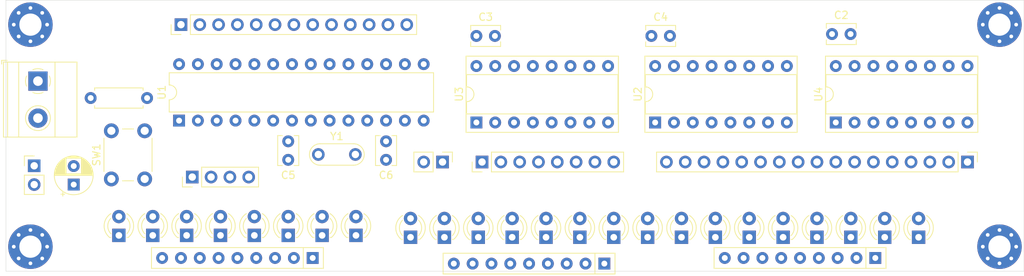
<source format=kicad_pcb>
(kicad_pcb (version 20171130) (host pcbnew "(5.1.9-0-10_14)")

  (general
    (thickness 1.6)
    (drawings 7)
    (tracks 0)
    (zones 0)
    (modules 51)
    (nets 78)
  )

  (page A4)
  (layers
    (0 F.Cu signal)
    (1 In1.Cu signal)
    (2 In2.Cu signal)
    (31 B.Cu signal)
    (32 B.Adhes user)
    (33 F.Adhes user)
    (34 B.Paste user)
    (35 F.Paste user)
    (36 B.SilkS user)
    (37 F.SilkS user)
    (38 B.Mask user)
    (39 F.Mask user)
    (40 Dwgs.User user)
    (41 Cmts.User user)
    (42 Eco1.User user)
    (43 Eco2.User user)
    (44 Edge.Cuts user)
    (45 Margin user)
    (46 B.CrtYd user)
    (47 F.CrtYd user)
    (48 B.Fab user)
    (49 F.Fab user)
  )

  (setup
    (last_trace_width 0.25)
    (user_trace_width 0.5)
    (user_trace_width 0.75)
    (user_trace_width 1)
    (trace_clearance 0.2)
    (zone_clearance 0.508)
    (zone_45_only no)
    (trace_min 0.2)
    (via_size 0.8)
    (via_drill 0.4)
    (via_min_size 0.4)
    (via_min_drill 0.3)
    (uvia_size 0.3)
    (uvia_drill 0.1)
    (uvias_allowed no)
    (uvia_min_size 0.2)
    (uvia_min_drill 0.1)
    (edge_width 0.05)
    (segment_width 0.2)
    (pcb_text_width 0.3)
    (pcb_text_size 1.5 1.5)
    (mod_edge_width 0.12)
    (mod_text_size 1 1)
    (mod_text_width 0.15)
    (pad_size 1.524 1.524)
    (pad_drill 0.762)
    (pad_to_mask_clearance 0)
    (aux_axis_origin 0 0)
    (grid_origin 99.06 69.088)
    (visible_elements FFFFFF7F)
    (pcbplotparams
      (layerselection 0x010fc_ffffffff)
      (usegerberextensions false)
      (usegerberattributes true)
      (usegerberadvancedattributes true)
      (creategerberjobfile true)
      (excludeedgelayer true)
      (linewidth 0.100000)
      (plotframeref false)
      (viasonmask false)
      (mode 1)
      (useauxorigin false)
      (hpglpennumber 1)
      (hpglpenspeed 20)
      (hpglpendiameter 15.000000)
      (psnegative false)
      (psa4output false)
      (plotreference true)
      (plotvalue true)
      (plotinvisibletext false)
      (padsonsilk false)
      (subtractmaskfromsilk false)
      (outputformat 1)
      (mirror false)
      (drillshape 1)
      (scaleselection 1)
      (outputdirectory ""))
  )

  (net 0 "")
  (net 1 GND)
  (net 2 VCC)
  (net 3 "Net-(D1-Pad1)")
  (net 4 "Net-(D2-Pad1)")
  (net 5 "Net-(D3-Pad1)")
  (net 6 "Net-(D4-Pad1)")
  (net 7 "Net-(D5-Pad1)")
  (net 8 "Net-(D6-Pad1)")
  (net 9 "Net-(D7-Pad1)")
  (net 10 "Net-(D8-Pad1)")
  (net 11 A0)
  (net 12 A1)
  (net 13 A2)
  (net 14 A3)
  (net 15 A4)
  (net 16 A5)
  (net 17 A6)
  (net 18 A7)
  (net 19 A8)
  (net 20 A9)
  (net 21 A10)
  (net 22 A11)
  (net 23 A12)
  (net 24 A13)
  (net 25 A14)
  (net 26 A15)
  (net 27 WRITE_ENABLE)
  (net 28 D0)
  (net 29 D1)
  (net 30 D2)
  (net 31 D3)
  (net 32 D4)
  (net 33 D5)
  (net 34 D6)
  (net 35 D7)
  (net 36 "Net-(C5-Pad2)")
  (net 37 "Net-(C6-Pad2)")
  (net 38 "Net-(D9-Pad1)")
  (net 39 "Net-(D10-Pad1)")
  (net 40 "Net-(D11-Pad1)")
  (net 41 "Net-(D12-Pad1)")
  (net 42 "Net-(D13-Pad1)")
  (net 43 "Net-(D14-Pad1)")
  (net 44 "Net-(D15-Pad1)")
  (net 45 "Net-(D16-Pad1)")
  (net 46 "Net-(D17-Pad1)")
  (net 47 "Net-(D18-Pad1)")
  (net 48 "Net-(D19-Pad1)")
  (net 49 "Net-(D20-Pad1)")
  (net 50 "Net-(D21-Pad1)")
  (net 51 "Net-(D22-Pad1)")
  (net 52 "Net-(D23-Pad1)")
  (net 53 "Net-(D24-Pad1)")
  (net 54 ACTIVE)
  (net 55 RESET)
  (net 56 TX)
  (net 57 RX)
  (net 58 PB0)
  (net 59 PB1)
  (net 60 PB2)
  (net 61 PB3)
  (net 62 PB4)
  (net 63 PB5)
  (net 64 PC0)
  (net 65 PC1)
  (net 66 PC2)
  (net 67 PC3)
  (net 68 PC4)
  (net 69 PC5)
  (net 70 AREF)
  (net 71 /SH_OE)
  (net 72 /SH_LATCH)
  (net 73 /SH_CLK)
  (net 74 /SH_DATA)
  (net 75 "Net-(U2-Pad14)")
  (net 76 "Net-(U2-Pad9)")
  (net 77 "Net-(U4-Pad9)")

  (net_class Default "This is the default net class."
    (clearance 0.2)
    (trace_width 0.25)
    (via_dia 0.8)
    (via_drill 0.4)
    (uvia_dia 0.3)
    (uvia_drill 0.1)
    (add_net /SH_CLK)
    (add_net /SH_DATA)
    (add_net /SH_LATCH)
    (add_net /SH_OE)
    (add_net A0)
    (add_net A1)
    (add_net A10)
    (add_net A11)
    (add_net A12)
    (add_net A13)
    (add_net A14)
    (add_net A15)
    (add_net A2)
    (add_net A3)
    (add_net A4)
    (add_net A5)
    (add_net A6)
    (add_net A7)
    (add_net A8)
    (add_net A9)
    (add_net ACTIVE)
    (add_net AREF)
    (add_net D0)
    (add_net D1)
    (add_net D2)
    (add_net D3)
    (add_net D4)
    (add_net D5)
    (add_net D6)
    (add_net D7)
    (add_net GND)
    (add_net "Net-(C5-Pad2)")
    (add_net "Net-(C6-Pad2)")
    (add_net "Net-(D1-Pad1)")
    (add_net "Net-(D10-Pad1)")
    (add_net "Net-(D11-Pad1)")
    (add_net "Net-(D12-Pad1)")
    (add_net "Net-(D13-Pad1)")
    (add_net "Net-(D14-Pad1)")
    (add_net "Net-(D15-Pad1)")
    (add_net "Net-(D16-Pad1)")
    (add_net "Net-(D17-Pad1)")
    (add_net "Net-(D18-Pad1)")
    (add_net "Net-(D19-Pad1)")
    (add_net "Net-(D2-Pad1)")
    (add_net "Net-(D20-Pad1)")
    (add_net "Net-(D21-Pad1)")
    (add_net "Net-(D22-Pad1)")
    (add_net "Net-(D23-Pad1)")
    (add_net "Net-(D24-Pad1)")
    (add_net "Net-(D3-Pad1)")
    (add_net "Net-(D4-Pad1)")
    (add_net "Net-(D5-Pad1)")
    (add_net "Net-(D6-Pad1)")
    (add_net "Net-(D7-Pad1)")
    (add_net "Net-(D8-Pad1)")
    (add_net "Net-(D9-Pad1)")
    (add_net "Net-(U2-Pad14)")
    (add_net "Net-(U2-Pad9)")
    (add_net "Net-(U4-Pad9)")
    (add_net PB0)
    (add_net PB1)
    (add_net PB2)
    (add_net PB3)
    (add_net PB4)
    (add_net PB5)
    (add_net PC0)
    (add_net PC1)
    (add_net PC2)
    (add_net PC3)
    (add_net PC4)
    (add_net PC5)
    (add_net RESET)
    (add_net RX)
    (add_net TX)
    (add_net VCC)
    (add_net WRITE_ENABLE)
  )

  (module MountingHole:MountingHole_3mm_Pad_Via (layer F.Cu) (tedit 56DDBED4) (tstamp 60A8700A)
    (at 247.904 20.574)
    (descr "Mounting Hole 3mm")
    (tags "mounting hole 3mm")
    (attr virtual)
    (fp_text reference REF** (at 0 -4) (layer F.SilkS) hide
      (effects (font (size 1 1) (thickness 0.15)))
    )
    (fp_text value MountingHole_3mm_Pad_Via (at 0 4) (layer F.Fab) hide
      (effects (font (size 1 1) (thickness 0.15)))
    )
    (fp_circle (center 0 0) (end 3.25 0) (layer F.CrtYd) (width 0.05))
    (fp_circle (center 0 0) (end 3 0) (layer Cmts.User) (width 0.15))
    (fp_text user %R (at 0.3 0) (layer F.Fab)
      (effects (font (size 1 1) (thickness 0.15)))
    )
    (pad 1 thru_hole circle (at 0 0) (size 6 6) (drill 3) (layers *.Cu *.Mask))
    (pad 1 thru_hole circle (at 2.25 0) (size 0.8 0.8) (drill 0.5) (layers *.Cu *.Mask))
    (pad 1 thru_hole circle (at 1.59099 1.59099) (size 0.8 0.8) (drill 0.5) (layers *.Cu *.Mask))
    (pad 1 thru_hole circle (at 0 2.25) (size 0.8 0.8) (drill 0.5) (layers *.Cu *.Mask))
    (pad 1 thru_hole circle (at -1.59099 1.59099) (size 0.8 0.8) (drill 0.5) (layers *.Cu *.Mask))
    (pad 1 thru_hole circle (at -2.25 0) (size 0.8 0.8) (drill 0.5) (layers *.Cu *.Mask))
    (pad 1 thru_hole circle (at -1.59099 -1.59099) (size 0.8 0.8) (drill 0.5) (layers *.Cu *.Mask))
    (pad 1 thru_hole circle (at 0 -2.25) (size 0.8 0.8) (drill 0.5) (layers *.Cu *.Mask))
    (pad 1 thru_hole circle (at 1.59099 -1.59099) (size 0.8 0.8) (drill 0.5) (layers *.Cu *.Mask))
  )

  (module MountingHole:MountingHole_3mm_Pad_Via (layer F.Cu) (tedit 56DDBED4) (tstamp 60A86FFB)
    (at 247.904 50.546)
    (descr "Mounting Hole 3mm")
    (tags "mounting hole 3mm")
    (attr virtual)
    (fp_text reference REF** (at 0 -4) (layer F.SilkS) hide
      (effects (font (size 1 1) (thickness 0.15)))
    )
    (fp_text value MountingHole_3mm_Pad_Via (at 0 4) (layer F.Fab) hide
      (effects (font (size 1 1) (thickness 0.15)))
    )
    (fp_text user %R (at 0.3 0) (layer F.Fab)
      (effects (font (size 1 1) (thickness 0.15)))
    )
    (fp_circle (center 0 0) (end 3 0) (layer Cmts.User) (width 0.15))
    (fp_circle (center 0 0) (end 3.25 0) (layer F.CrtYd) (width 0.05))
    (pad 1 thru_hole circle (at 1.59099 -1.59099) (size 0.8 0.8) (drill 0.5) (layers *.Cu *.Mask))
    (pad 1 thru_hole circle (at 0 -2.25) (size 0.8 0.8) (drill 0.5) (layers *.Cu *.Mask))
    (pad 1 thru_hole circle (at -1.59099 -1.59099) (size 0.8 0.8) (drill 0.5) (layers *.Cu *.Mask))
    (pad 1 thru_hole circle (at -2.25 0) (size 0.8 0.8) (drill 0.5) (layers *.Cu *.Mask))
    (pad 1 thru_hole circle (at -1.59099 1.59099) (size 0.8 0.8) (drill 0.5) (layers *.Cu *.Mask))
    (pad 1 thru_hole circle (at 0 2.25) (size 0.8 0.8) (drill 0.5) (layers *.Cu *.Mask))
    (pad 1 thru_hole circle (at 1.59099 1.59099) (size 0.8 0.8) (drill 0.5) (layers *.Cu *.Mask))
    (pad 1 thru_hole circle (at 2.25 0) (size 0.8 0.8) (drill 0.5) (layers *.Cu *.Mask))
    (pad 1 thru_hole circle (at 0 0) (size 6 6) (drill 3) (layers *.Cu *.Mask))
  )

  (module MountingHole:MountingHole_3mm_Pad_Via (layer F.Cu) (tedit 56DDBED4) (tstamp 60A86FBD)
    (at 117.094 50.546)
    (descr "Mounting Hole 3mm")
    (tags "mounting hole 3mm")
    (attr virtual)
    (fp_text reference REF** (at 0 -4) (layer F.SilkS) hide
      (effects (font (size 1 1) (thickness 0.15)))
    )
    (fp_text value MountingHole_3mm_Pad_Via (at 0 4) (layer F.Fab) hide
      (effects (font (size 1 1) (thickness 0.15)))
    )
    (fp_circle (center 0 0) (end 3.25 0) (layer F.CrtYd) (width 0.05))
    (fp_circle (center 0 0) (end 3 0) (layer Cmts.User) (width 0.15))
    (fp_text user %R (at 0.3 0) (layer F.Fab)
      (effects (font (size 1 1) (thickness 0.15)))
    )
    (pad 1 thru_hole circle (at 0 0) (size 6 6) (drill 3) (layers *.Cu *.Mask))
    (pad 1 thru_hole circle (at 2.25 0) (size 0.8 0.8) (drill 0.5) (layers *.Cu *.Mask))
    (pad 1 thru_hole circle (at 1.59099 1.59099) (size 0.8 0.8) (drill 0.5) (layers *.Cu *.Mask))
    (pad 1 thru_hole circle (at 0 2.25) (size 0.8 0.8) (drill 0.5) (layers *.Cu *.Mask))
    (pad 1 thru_hole circle (at -1.59099 1.59099) (size 0.8 0.8) (drill 0.5) (layers *.Cu *.Mask))
    (pad 1 thru_hole circle (at -2.25 0) (size 0.8 0.8) (drill 0.5) (layers *.Cu *.Mask))
    (pad 1 thru_hole circle (at -1.59099 -1.59099) (size 0.8 0.8) (drill 0.5) (layers *.Cu *.Mask))
    (pad 1 thru_hole circle (at 0 -2.25) (size 0.8 0.8) (drill 0.5) (layers *.Cu *.Mask))
    (pad 1 thru_hole circle (at 1.59099 -1.59099) (size 0.8 0.8) (drill 0.5) (layers *.Cu *.Mask))
  )

  (module MountingHole:MountingHole_3mm_Pad_Via (layer F.Cu) (tedit 56DDBED4) (tstamp 60A86F8C)
    (at 117.094 20.574)
    (descr "Mounting Hole 3mm")
    (tags "mounting hole 3mm")
    (attr virtual)
    (fp_text reference REF** (at 0 -4) (layer F.SilkS) hide
      (effects (font (size 1 1) (thickness 0.15)))
    )
    (fp_text value MountingHole_3mm_Pad_Via (at 0 4) (layer F.Fab) hide
      (effects (font (size 1 1) (thickness 0.15)))
    )
    (fp_text user %R (at 0.3 0) (layer F.Fab)
      (effects (font (size 1 1) (thickness 0.15)))
    )
    (fp_circle (center 0 0) (end 3 0) (layer Cmts.User) (width 0.15))
    (fp_circle (center 0 0) (end 3.25 0) (layer F.CrtYd) (width 0.05))
    (pad 1 thru_hole circle (at 1.59099 -1.59099) (size 0.8 0.8) (drill 0.5) (layers *.Cu *.Mask))
    (pad 1 thru_hole circle (at 0 -2.25) (size 0.8 0.8) (drill 0.5) (layers *.Cu *.Mask))
    (pad 1 thru_hole circle (at -1.59099 -1.59099) (size 0.8 0.8) (drill 0.5) (layers *.Cu *.Mask))
    (pad 1 thru_hole circle (at -2.25 0) (size 0.8 0.8) (drill 0.5) (layers *.Cu *.Mask))
    (pad 1 thru_hole circle (at -1.59099 1.59099) (size 0.8 0.8) (drill 0.5) (layers *.Cu *.Mask))
    (pad 1 thru_hole circle (at 0 2.25) (size 0.8 0.8) (drill 0.5) (layers *.Cu *.Mask))
    (pad 1 thru_hole circle (at 1.59099 1.59099) (size 0.8 0.8) (drill 0.5) (layers *.Cu *.Mask))
    (pad 1 thru_hole circle (at 2.25 0) (size 0.8 0.8) (drill 0.5) (layers *.Cu *.Mask))
    (pad 1 thru_hole circle (at 0 0) (size 6 6) (drill 3) (layers *.Cu *.Mask))
  )

  (module Crystal:Resonator-2Pin_W7.0mm_H2.5mm (layer F.Cu) (tedit 5A0FD1B2) (tstamp 60A82EC1)
    (at 155.956 38.1)
    (descr "Ceramic Resomator/Filter 7.0x2.5mm^2, length*width=7.0x2.5mm^2 package, package length=7.0mm, package width=2.5mm, 2 pins")
    (tags "THT ceramic resonator filter")
    (path /6091F522)
    (fp_text reference Y1 (at 2.5 -2.45) (layer F.SilkS)
      (effects (font (size 1 1) (thickness 0.15)))
    )
    (fp_text value Crystal (at 2.5 2.45) (layer F.Fab)
      (effects (font (size 1 1) (thickness 0.15)))
    )
    (fp_arc (start 4.75 0) (end 4.75 -1.45) (angle 180) (layer F.SilkS) (width 0.12))
    (fp_arc (start 0.25 0) (end 0.25 -1.45) (angle -180) (layer F.SilkS) (width 0.12))
    (fp_arc (start 4.75 0) (end 4.75 -1.25) (angle 180) (layer F.Fab) (width 0.1))
    (fp_arc (start 0.25 0) (end 0.25 -1.25) (angle -180) (layer F.Fab) (width 0.1))
    (fp_arc (start 4.75 0) (end 4.75 -1.25) (angle 180) (layer F.Fab) (width 0.1))
    (fp_arc (start 0.25 0) (end 0.25 -1.25) (angle -180) (layer F.Fab) (width 0.1))
    (fp_text user %R (at 2.5 0) (layer F.Fab)
      (effects (font (size 1 1) (thickness 0.15)))
    )
    (fp_line (start 0.25 -1.25) (end 4.75 -1.25) (layer F.Fab) (width 0.1))
    (fp_line (start 0.25 1.25) (end 4.75 1.25) (layer F.Fab) (width 0.1))
    (fp_line (start 0.25 -1.25) (end 4.75 -1.25) (layer F.Fab) (width 0.1))
    (fp_line (start 0.25 1.25) (end 4.75 1.25) (layer F.Fab) (width 0.1))
    (fp_line (start 0.25 -1.45) (end 4.75 -1.45) (layer F.SilkS) (width 0.12))
    (fp_line (start 0.25 1.45) (end 4.75 1.45) (layer F.SilkS) (width 0.12))
    (fp_line (start -1.5 -1.7) (end -1.5 1.7) (layer F.CrtYd) (width 0.05))
    (fp_line (start -1.5 1.7) (end 6.5 1.7) (layer F.CrtYd) (width 0.05))
    (fp_line (start 6.5 1.7) (end 6.5 -1.7) (layer F.CrtYd) (width 0.05))
    (fp_line (start 6.5 -1.7) (end -1.5 -1.7) (layer F.CrtYd) (width 0.05))
    (pad 2 thru_hole circle (at 5 0) (size 1.7 1.7) (drill 1) (layers *.Cu *.Mask)
      (net 37 "Net-(C6-Pad2)"))
    (pad 1 thru_hole circle (at 0 0) (size 1.7 1.7) (drill 1) (layers *.Cu *.Mask)
      (net 36 "Net-(C5-Pad2)"))
    (model ${KISYS3DMOD}/Crystal.3dshapes/Resonator-2Pin_W7.0mm_H2.5mm.wrl
      (at (xyz 0 0 0))
      (scale (xyz 1 1 1))
      (rotate (xyz 0 0 0))
    )
  )

  (module Package_DIP:DIP-16_W7.62mm_Socket (layer F.Cu) (tedit 5A02E8C5) (tstamp 60A82EAA)
    (at 225.806 33.782 90)
    (descr "16-lead though-hole mounted DIP package, row spacing 7.62 mm (300 mils), Socket")
    (tags "THT DIP DIL PDIP 2.54mm 7.62mm 300mil Socket")
    (path /61DA8265)
    (fp_text reference U4 (at 3.81 -2.33 90) (layer F.SilkS)
      (effects (font (size 1 1) (thickness 0.15)))
    )
    (fp_text value 74LS32 (at 3.81 20.11 90) (layer F.Fab)
      (effects (font (size 1 1) (thickness 0.15)))
    )
    (fp_text user %R (at 3.81 8.89 90) (layer F.Fab)
      (effects (font (size 1 1) (thickness 0.15)))
    )
    (fp_arc (start 3.81 -1.33) (end 2.81 -1.33) (angle -180) (layer F.SilkS) (width 0.12))
    (fp_line (start 1.635 -1.27) (end 6.985 -1.27) (layer F.Fab) (width 0.1))
    (fp_line (start 6.985 -1.27) (end 6.985 19.05) (layer F.Fab) (width 0.1))
    (fp_line (start 6.985 19.05) (end 0.635 19.05) (layer F.Fab) (width 0.1))
    (fp_line (start 0.635 19.05) (end 0.635 -0.27) (layer F.Fab) (width 0.1))
    (fp_line (start 0.635 -0.27) (end 1.635 -1.27) (layer F.Fab) (width 0.1))
    (fp_line (start -1.27 -1.33) (end -1.27 19.11) (layer F.Fab) (width 0.1))
    (fp_line (start -1.27 19.11) (end 8.89 19.11) (layer F.Fab) (width 0.1))
    (fp_line (start 8.89 19.11) (end 8.89 -1.33) (layer F.Fab) (width 0.1))
    (fp_line (start 8.89 -1.33) (end -1.27 -1.33) (layer F.Fab) (width 0.1))
    (fp_line (start 2.81 -1.33) (end 1.16 -1.33) (layer F.SilkS) (width 0.12))
    (fp_line (start 1.16 -1.33) (end 1.16 19.11) (layer F.SilkS) (width 0.12))
    (fp_line (start 1.16 19.11) (end 6.46 19.11) (layer F.SilkS) (width 0.12))
    (fp_line (start 6.46 19.11) (end 6.46 -1.33) (layer F.SilkS) (width 0.12))
    (fp_line (start 6.46 -1.33) (end 4.81 -1.33) (layer F.SilkS) (width 0.12))
    (fp_line (start -1.33 -1.39) (end -1.33 19.17) (layer F.SilkS) (width 0.12))
    (fp_line (start -1.33 19.17) (end 8.95 19.17) (layer F.SilkS) (width 0.12))
    (fp_line (start 8.95 19.17) (end 8.95 -1.39) (layer F.SilkS) (width 0.12))
    (fp_line (start 8.95 -1.39) (end -1.33 -1.39) (layer F.SilkS) (width 0.12))
    (fp_line (start -1.55 -1.6) (end -1.55 19.4) (layer F.CrtYd) (width 0.05))
    (fp_line (start -1.55 19.4) (end 9.15 19.4) (layer F.CrtYd) (width 0.05))
    (fp_line (start 9.15 19.4) (end 9.15 -1.6) (layer F.CrtYd) (width 0.05))
    (fp_line (start 9.15 -1.6) (end -1.55 -1.6) (layer F.CrtYd) (width 0.05))
    (pad 16 thru_hole oval (at 7.62 0 90) (size 1.6 1.6) (drill 0.8) (layers *.Cu *.Mask)
      (net 2 VCC))
    (pad 8 thru_hole oval (at 0 17.78 90) (size 1.6 1.6) (drill 0.8) (layers *.Cu *.Mask)
      (net 1 GND))
    (pad 15 thru_hole oval (at 7.62 2.54 90) (size 1.6 1.6) (drill 0.8) (layers *.Cu *.Mask)
      (net 18 A7))
    (pad 7 thru_hole oval (at 0 15.24 90) (size 1.6 1.6) (drill 0.8) (layers *.Cu *.Mask)
      (net 11 A0))
    (pad 14 thru_hole oval (at 7.62 5.08 90) (size 1.6 1.6) (drill 0.8) (layers *.Cu *.Mask)
      (net 76 "Net-(U2-Pad9)"))
    (pad 6 thru_hole oval (at 0 12.7 90) (size 1.6 1.6) (drill 0.8) (layers *.Cu *.Mask)
      (net 12 A1))
    (pad 13 thru_hole oval (at 7.62 7.62 90) (size 1.6 1.6) (drill 0.8) (layers *.Cu *.Mask)
      (net 71 /SH_OE))
    (pad 5 thru_hole oval (at 0 10.16 90) (size 1.6 1.6) (drill 0.8) (layers *.Cu *.Mask)
      (net 13 A2))
    (pad 12 thru_hole oval (at 7.62 10.16 90) (size 1.6 1.6) (drill 0.8) (layers *.Cu *.Mask)
      (net 72 /SH_LATCH))
    (pad 4 thru_hole oval (at 0 7.62 90) (size 1.6 1.6) (drill 0.8) (layers *.Cu *.Mask)
      (net 14 A3))
    (pad 11 thru_hole oval (at 7.62 12.7 90) (size 1.6 1.6) (drill 0.8) (layers *.Cu *.Mask)
      (net 73 /SH_CLK))
    (pad 3 thru_hole oval (at 0 5.08 90) (size 1.6 1.6) (drill 0.8) (layers *.Cu *.Mask)
      (net 15 A4))
    (pad 10 thru_hole oval (at 7.62 15.24 90) (size 1.6 1.6) (drill 0.8) (layers *.Cu *.Mask)
      (net 2 VCC))
    (pad 2 thru_hole oval (at 0 2.54 90) (size 1.6 1.6) (drill 0.8) (layers *.Cu *.Mask)
      (net 16 A5))
    (pad 9 thru_hole oval (at 7.62 17.78 90) (size 1.6 1.6) (drill 0.8) (layers *.Cu *.Mask)
      (net 77 "Net-(U4-Pad9)"))
    (pad 1 thru_hole rect (at 0 0 90) (size 1.6 1.6) (drill 0.8) (layers *.Cu *.Mask)
      (net 17 A6))
    (model ${KISYS3DMOD}/Package_DIP.3dshapes/DIP-16_W7.62mm_Socket.wrl
      (at (xyz 0 0 0))
      (scale (xyz 1 1 1))
      (rotate (xyz 0 0 0))
    )
  )

  (module Package_DIP:DIP-16_W7.62mm_Socket (layer F.Cu) (tedit 5A02E8C5) (tstamp 60A82E7E)
    (at 177.292 33.782 90)
    (descr "16-lead though-hole mounted DIP package, row spacing 7.62 mm (300 mils), Socket")
    (tags "THT DIP DIL PDIP 2.54mm 7.62mm 300mil Socket")
    (path /6099798C)
    (fp_text reference U3 (at 3.81 -2.33 90) (layer F.SilkS)
      (effects (font (size 1 1) (thickness 0.15)))
    )
    (fp_text value 74HC595 (at 3.81 20.11 90) (layer F.Fab)
      (effects (font (size 1 1) (thickness 0.15)))
    )
    (fp_text user %R (at 3.81 8.89 90) (layer F.Fab)
      (effects (font (size 1 1) (thickness 0.15)))
    )
    (fp_arc (start 3.81 -1.33) (end 2.81 -1.33) (angle -180) (layer F.SilkS) (width 0.12))
    (fp_line (start 1.635 -1.27) (end 6.985 -1.27) (layer F.Fab) (width 0.1))
    (fp_line (start 6.985 -1.27) (end 6.985 19.05) (layer F.Fab) (width 0.1))
    (fp_line (start 6.985 19.05) (end 0.635 19.05) (layer F.Fab) (width 0.1))
    (fp_line (start 0.635 19.05) (end 0.635 -0.27) (layer F.Fab) (width 0.1))
    (fp_line (start 0.635 -0.27) (end 1.635 -1.27) (layer F.Fab) (width 0.1))
    (fp_line (start -1.27 -1.33) (end -1.27 19.11) (layer F.Fab) (width 0.1))
    (fp_line (start -1.27 19.11) (end 8.89 19.11) (layer F.Fab) (width 0.1))
    (fp_line (start 8.89 19.11) (end 8.89 -1.33) (layer F.Fab) (width 0.1))
    (fp_line (start 8.89 -1.33) (end -1.27 -1.33) (layer F.Fab) (width 0.1))
    (fp_line (start 2.81 -1.33) (end 1.16 -1.33) (layer F.SilkS) (width 0.12))
    (fp_line (start 1.16 -1.33) (end 1.16 19.11) (layer F.SilkS) (width 0.12))
    (fp_line (start 1.16 19.11) (end 6.46 19.11) (layer F.SilkS) (width 0.12))
    (fp_line (start 6.46 19.11) (end 6.46 -1.33) (layer F.SilkS) (width 0.12))
    (fp_line (start 6.46 -1.33) (end 4.81 -1.33) (layer F.SilkS) (width 0.12))
    (fp_line (start -1.33 -1.39) (end -1.33 19.17) (layer F.SilkS) (width 0.12))
    (fp_line (start -1.33 19.17) (end 8.95 19.17) (layer F.SilkS) (width 0.12))
    (fp_line (start 8.95 19.17) (end 8.95 -1.39) (layer F.SilkS) (width 0.12))
    (fp_line (start 8.95 -1.39) (end -1.33 -1.39) (layer F.SilkS) (width 0.12))
    (fp_line (start -1.55 -1.6) (end -1.55 19.4) (layer F.CrtYd) (width 0.05))
    (fp_line (start -1.55 19.4) (end 9.15 19.4) (layer F.CrtYd) (width 0.05))
    (fp_line (start 9.15 19.4) (end 9.15 -1.6) (layer F.CrtYd) (width 0.05))
    (fp_line (start 9.15 -1.6) (end -1.55 -1.6) (layer F.CrtYd) (width 0.05))
    (pad 16 thru_hole oval (at 7.62 0 90) (size 1.6 1.6) (drill 0.8) (layers *.Cu *.Mask)
      (net 2 VCC))
    (pad 8 thru_hole oval (at 0 17.78 90) (size 1.6 1.6) (drill 0.8) (layers *.Cu *.Mask)
      (net 1 GND))
    (pad 15 thru_hole oval (at 7.62 2.54 90) (size 1.6 1.6) (drill 0.8) (layers *.Cu *.Mask)
      (net 35 D7))
    (pad 7 thru_hole oval (at 0 15.24 90) (size 1.6 1.6) (drill 0.8) (layers *.Cu *.Mask)
      (net 28 D0))
    (pad 14 thru_hole oval (at 7.62 5.08 90) (size 1.6 1.6) (drill 0.8) (layers *.Cu *.Mask)
      (net 74 /SH_DATA))
    (pad 6 thru_hole oval (at 0 12.7 90) (size 1.6 1.6) (drill 0.8) (layers *.Cu *.Mask)
      (net 29 D1))
    (pad 13 thru_hole oval (at 7.62 7.62 90) (size 1.6 1.6) (drill 0.8) (layers *.Cu *.Mask)
      (net 71 /SH_OE))
    (pad 5 thru_hole oval (at 0 10.16 90) (size 1.6 1.6) (drill 0.8) (layers *.Cu *.Mask)
      (net 30 D2))
    (pad 12 thru_hole oval (at 7.62 10.16 90) (size 1.6 1.6) (drill 0.8) (layers *.Cu *.Mask)
      (net 72 /SH_LATCH))
    (pad 4 thru_hole oval (at 0 7.62 90) (size 1.6 1.6) (drill 0.8) (layers *.Cu *.Mask)
      (net 31 D3))
    (pad 11 thru_hole oval (at 7.62 12.7 90) (size 1.6 1.6) (drill 0.8) (layers *.Cu *.Mask)
      (net 73 /SH_CLK))
    (pad 3 thru_hole oval (at 0 5.08 90) (size 1.6 1.6) (drill 0.8) (layers *.Cu *.Mask)
      (net 32 D4))
    (pad 10 thru_hole oval (at 7.62 15.24 90) (size 1.6 1.6) (drill 0.8) (layers *.Cu *.Mask)
      (net 2 VCC))
    (pad 2 thru_hole oval (at 0 2.54 90) (size 1.6 1.6) (drill 0.8) (layers *.Cu *.Mask)
      (net 33 D5))
    (pad 9 thru_hole oval (at 7.62 17.78 90) (size 1.6 1.6) (drill 0.8) (layers *.Cu *.Mask)
      (net 75 "Net-(U2-Pad14)"))
    (pad 1 thru_hole rect (at 0 0 90) (size 1.6 1.6) (drill 0.8) (layers *.Cu *.Mask)
      (net 34 D6))
    (model ${KISYS3DMOD}/Package_DIP.3dshapes/DIP-16_W7.62mm_Socket.wrl
      (at (xyz 0 0 0))
      (scale (xyz 1 1 1))
      (rotate (xyz 0 0 0))
    )
  )

  (module Package_DIP:DIP-16_W7.62mm_Socket (layer F.Cu) (tedit 5A02E8C5) (tstamp 60A82E52)
    (at 201.422 33.782 90)
    (descr "16-lead though-hole mounted DIP package, row spacing 7.62 mm (300 mils), Socket")
    (tags "THT DIP DIL PDIP 2.54mm 7.62mm 300mil Socket")
    (path /61D29E6C)
    (fp_text reference U2 (at 3.81 -2.33 90) (layer F.SilkS)
      (effects (font (size 1 1) (thickness 0.15)))
    )
    (fp_text value 74LS32 (at 3.81 20.11 90) (layer F.Fab)
      (effects (font (size 1 1) (thickness 0.15)))
    )
    (fp_text user %R (at 3.81 8.89 90) (layer F.Fab)
      (effects (font (size 1 1) (thickness 0.15)))
    )
    (fp_arc (start 3.81 -1.33) (end 2.81 -1.33) (angle -180) (layer F.SilkS) (width 0.12))
    (fp_line (start 1.635 -1.27) (end 6.985 -1.27) (layer F.Fab) (width 0.1))
    (fp_line (start 6.985 -1.27) (end 6.985 19.05) (layer F.Fab) (width 0.1))
    (fp_line (start 6.985 19.05) (end 0.635 19.05) (layer F.Fab) (width 0.1))
    (fp_line (start 0.635 19.05) (end 0.635 -0.27) (layer F.Fab) (width 0.1))
    (fp_line (start 0.635 -0.27) (end 1.635 -1.27) (layer F.Fab) (width 0.1))
    (fp_line (start -1.27 -1.33) (end -1.27 19.11) (layer F.Fab) (width 0.1))
    (fp_line (start -1.27 19.11) (end 8.89 19.11) (layer F.Fab) (width 0.1))
    (fp_line (start 8.89 19.11) (end 8.89 -1.33) (layer F.Fab) (width 0.1))
    (fp_line (start 8.89 -1.33) (end -1.27 -1.33) (layer F.Fab) (width 0.1))
    (fp_line (start 2.81 -1.33) (end 1.16 -1.33) (layer F.SilkS) (width 0.12))
    (fp_line (start 1.16 -1.33) (end 1.16 19.11) (layer F.SilkS) (width 0.12))
    (fp_line (start 1.16 19.11) (end 6.46 19.11) (layer F.SilkS) (width 0.12))
    (fp_line (start 6.46 19.11) (end 6.46 -1.33) (layer F.SilkS) (width 0.12))
    (fp_line (start 6.46 -1.33) (end 4.81 -1.33) (layer F.SilkS) (width 0.12))
    (fp_line (start -1.33 -1.39) (end -1.33 19.17) (layer F.SilkS) (width 0.12))
    (fp_line (start -1.33 19.17) (end 8.95 19.17) (layer F.SilkS) (width 0.12))
    (fp_line (start 8.95 19.17) (end 8.95 -1.39) (layer F.SilkS) (width 0.12))
    (fp_line (start 8.95 -1.39) (end -1.33 -1.39) (layer F.SilkS) (width 0.12))
    (fp_line (start -1.55 -1.6) (end -1.55 19.4) (layer F.CrtYd) (width 0.05))
    (fp_line (start -1.55 19.4) (end 9.15 19.4) (layer F.CrtYd) (width 0.05))
    (fp_line (start 9.15 19.4) (end 9.15 -1.6) (layer F.CrtYd) (width 0.05))
    (fp_line (start 9.15 -1.6) (end -1.55 -1.6) (layer F.CrtYd) (width 0.05))
    (pad 16 thru_hole oval (at 7.62 0 90) (size 1.6 1.6) (drill 0.8) (layers *.Cu *.Mask)
      (net 2 VCC))
    (pad 8 thru_hole oval (at 0 17.78 90) (size 1.6 1.6) (drill 0.8) (layers *.Cu *.Mask)
      (net 1 GND))
    (pad 15 thru_hole oval (at 7.62 2.54 90) (size 1.6 1.6) (drill 0.8) (layers *.Cu *.Mask)
      (net 26 A15))
    (pad 7 thru_hole oval (at 0 15.24 90) (size 1.6 1.6) (drill 0.8) (layers *.Cu *.Mask)
      (net 19 A8))
    (pad 14 thru_hole oval (at 7.62 5.08 90) (size 1.6 1.6) (drill 0.8) (layers *.Cu *.Mask)
      (net 75 "Net-(U2-Pad14)"))
    (pad 6 thru_hole oval (at 0 12.7 90) (size 1.6 1.6) (drill 0.8) (layers *.Cu *.Mask)
      (net 20 A9))
    (pad 13 thru_hole oval (at 7.62 7.62 90) (size 1.6 1.6) (drill 0.8) (layers *.Cu *.Mask)
      (net 71 /SH_OE))
    (pad 5 thru_hole oval (at 0 10.16 90) (size 1.6 1.6) (drill 0.8) (layers *.Cu *.Mask)
      (net 21 A10))
    (pad 12 thru_hole oval (at 7.62 10.16 90) (size 1.6 1.6) (drill 0.8) (layers *.Cu *.Mask)
      (net 72 /SH_LATCH))
    (pad 4 thru_hole oval (at 0 7.62 90) (size 1.6 1.6) (drill 0.8) (layers *.Cu *.Mask)
      (net 22 A11))
    (pad 11 thru_hole oval (at 7.62 12.7 90) (size 1.6 1.6) (drill 0.8) (layers *.Cu *.Mask)
      (net 73 /SH_CLK))
    (pad 3 thru_hole oval (at 0 5.08 90) (size 1.6 1.6) (drill 0.8) (layers *.Cu *.Mask)
      (net 23 A12))
    (pad 10 thru_hole oval (at 7.62 15.24 90) (size 1.6 1.6) (drill 0.8) (layers *.Cu *.Mask)
      (net 2 VCC))
    (pad 2 thru_hole oval (at 0 2.54 90) (size 1.6 1.6) (drill 0.8) (layers *.Cu *.Mask)
      (net 24 A13))
    (pad 9 thru_hole oval (at 7.62 17.78 90) (size 1.6 1.6) (drill 0.8) (layers *.Cu *.Mask)
      (net 76 "Net-(U2-Pad9)"))
    (pad 1 thru_hole rect (at 0 0 90) (size 1.6 1.6) (drill 0.8) (layers *.Cu *.Mask)
      (net 25 A14))
    (model ${KISYS3DMOD}/Package_DIP.3dshapes/DIP-16_W7.62mm_Socket.wrl
      (at (xyz 0 0 0))
      (scale (xyz 1 1 1))
      (rotate (xyz 0 0 0))
    )
  )

  (module Package_DIP:DIP-28_W7.62mm (layer F.Cu) (tedit 5A02E8C5) (tstamp 60A82E26)
    (at 137.16 33.528 90)
    (descr "28-lead though-hole mounted DIP package, row spacing 7.62 mm (300 mils)")
    (tags "THT DIP DIL PDIP 2.54mm 7.62mm 300mil")
    (path /6091213F)
    (fp_text reference U1 (at 3.81 -2.33 90) (layer F.SilkS)
      (effects (font (size 1 1) (thickness 0.15)))
    )
    (fp_text value ATmega328-PU (at 3.81 35.35 90) (layer F.Fab)
      (effects (font (size 1 1) (thickness 0.15)))
    )
    (fp_text user %R (at 3.81 16.51 90) (layer F.Fab)
      (effects (font (size 1 1) (thickness 0.15)))
    )
    (fp_arc (start 3.81 -1.33) (end 2.81 -1.33) (angle -180) (layer F.SilkS) (width 0.12))
    (fp_line (start 1.635 -1.27) (end 6.985 -1.27) (layer F.Fab) (width 0.1))
    (fp_line (start 6.985 -1.27) (end 6.985 34.29) (layer F.Fab) (width 0.1))
    (fp_line (start 6.985 34.29) (end 0.635 34.29) (layer F.Fab) (width 0.1))
    (fp_line (start 0.635 34.29) (end 0.635 -0.27) (layer F.Fab) (width 0.1))
    (fp_line (start 0.635 -0.27) (end 1.635 -1.27) (layer F.Fab) (width 0.1))
    (fp_line (start 2.81 -1.33) (end 1.16 -1.33) (layer F.SilkS) (width 0.12))
    (fp_line (start 1.16 -1.33) (end 1.16 34.35) (layer F.SilkS) (width 0.12))
    (fp_line (start 1.16 34.35) (end 6.46 34.35) (layer F.SilkS) (width 0.12))
    (fp_line (start 6.46 34.35) (end 6.46 -1.33) (layer F.SilkS) (width 0.12))
    (fp_line (start 6.46 -1.33) (end 4.81 -1.33) (layer F.SilkS) (width 0.12))
    (fp_line (start -1.1 -1.55) (end -1.1 34.55) (layer F.CrtYd) (width 0.05))
    (fp_line (start -1.1 34.55) (end 8.7 34.55) (layer F.CrtYd) (width 0.05))
    (fp_line (start 8.7 34.55) (end 8.7 -1.55) (layer F.CrtYd) (width 0.05))
    (fp_line (start 8.7 -1.55) (end -1.1 -1.55) (layer F.CrtYd) (width 0.05))
    (pad 28 thru_hole oval (at 7.62 0 90) (size 1.6 1.6) (drill 0.8) (layers *.Cu *.Mask)
      (net 69 PC5))
    (pad 14 thru_hole oval (at 0 33.02 90) (size 1.6 1.6) (drill 0.8) (layers *.Cu *.Mask)
      (net 58 PB0))
    (pad 27 thru_hole oval (at 7.62 2.54 90) (size 1.6 1.6) (drill 0.8) (layers *.Cu *.Mask)
      (net 68 PC4))
    (pad 13 thru_hole oval (at 0 30.48 90) (size 1.6 1.6) (drill 0.8) (layers *.Cu *.Mask)
      (net 54 ACTIVE))
    (pad 26 thru_hole oval (at 7.62 5.08 90) (size 1.6 1.6) (drill 0.8) (layers *.Cu *.Mask)
      (net 67 PC3))
    (pad 12 thru_hole oval (at 0 27.94 90) (size 1.6 1.6) (drill 0.8) (layers *.Cu *.Mask)
      (net 27 WRITE_ENABLE))
    (pad 25 thru_hole oval (at 7.62 7.62 90) (size 1.6 1.6) (drill 0.8) (layers *.Cu *.Mask)
      (net 66 PC2))
    (pad 11 thru_hole oval (at 0 25.4 90) (size 1.6 1.6) (drill 0.8) (layers *.Cu *.Mask)
      (net 71 /SH_OE))
    (pad 24 thru_hole oval (at 7.62 10.16 90) (size 1.6 1.6) (drill 0.8) (layers *.Cu *.Mask)
      (net 65 PC1))
    (pad 10 thru_hole oval (at 0 22.86 90) (size 1.6 1.6) (drill 0.8) (layers *.Cu *.Mask)
      (net 37 "Net-(C6-Pad2)"))
    (pad 23 thru_hole oval (at 7.62 12.7 90) (size 1.6 1.6) (drill 0.8) (layers *.Cu *.Mask)
      (net 64 PC0))
    (pad 9 thru_hole oval (at 0 20.32 90) (size 1.6 1.6) (drill 0.8) (layers *.Cu *.Mask)
      (net 36 "Net-(C5-Pad2)"))
    (pad 22 thru_hole oval (at 7.62 15.24 90) (size 1.6 1.6) (drill 0.8) (layers *.Cu *.Mask)
      (net 1 GND))
    (pad 8 thru_hole oval (at 0 17.78 90) (size 1.6 1.6) (drill 0.8) (layers *.Cu *.Mask)
      (net 1 GND))
    (pad 21 thru_hole oval (at 7.62 17.78 90) (size 1.6 1.6) (drill 0.8) (layers *.Cu *.Mask)
      (net 70 AREF))
    (pad 7 thru_hole oval (at 0 15.24 90) (size 1.6 1.6) (drill 0.8) (layers *.Cu *.Mask)
      (net 2 VCC))
    (pad 20 thru_hole oval (at 7.62 20.32 90) (size 1.6 1.6) (drill 0.8) (layers *.Cu *.Mask)
      (net 2 VCC))
    (pad 6 thru_hole oval (at 0 12.7 90) (size 1.6 1.6) (drill 0.8) (layers *.Cu *.Mask)
      (net 72 /SH_LATCH))
    (pad 19 thru_hole oval (at 7.62 22.86 90) (size 1.6 1.6) (drill 0.8) (layers *.Cu *.Mask)
      (net 63 PB5))
    (pad 5 thru_hole oval (at 0 10.16 90) (size 1.6 1.6) (drill 0.8) (layers *.Cu *.Mask)
      (net 73 /SH_CLK))
    (pad 18 thru_hole oval (at 7.62 25.4 90) (size 1.6 1.6) (drill 0.8) (layers *.Cu *.Mask)
      (net 62 PB4))
    (pad 4 thru_hole oval (at 0 7.62 90) (size 1.6 1.6) (drill 0.8) (layers *.Cu *.Mask)
      (net 74 /SH_DATA))
    (pad 17 thru_hole oval (at 7.62 27.94 90) (size 1.6 1.6) (drill 0.8) (layers *.Cu *.Mask)
      (net 61 PB3))
    (pad 3 thru_hole oval (at 0 5.08 90) (size 1.6 1.6) (drill 0.8) (layers *.Cu *.Mask)
      (net 56 TX))
    (pad 16 thru_hole oval (at 7.62 30.48 90) (size 1.6 1.6) (drill 0.8) (layers *.Cu *.Mask)
      (net 60 PB2))
    (pad 2 thru_hole oval (at 0 2.54 90) (size 1.6 1.6) (drill 0.8) (layers *.Cu *.Mask)
      (net 57 RX))
    (pad 15 thru_hole oval (at 7.62 33.02 90) (size 1.6 1.6) (drill 0.8) (layers *.Cu *.Mask)
      (net 59 PB1))
    (pad 1 thru_hole rect (at 0 0 90) (size 1.6 1.6) (drill 0.8) (layers *.Cu *.Mask)
      (net 55 RESET))
    (model ${KISYS3DMOD}/Package_DIP.3dshapes/DIP-28_W7.62mm.wrl
      (at (xyz 0 0 0))
      (scale (xyz 1 1 1))
      (rotate (xyz 0 0 0))
    )
  )

  (module Button_Switch_THT:SW_PUSH_6mm (layer F.Cu) (tedit 5A02FE31) (tstamp 60A82DF6)
    (at 128.016 41.402 90)
    (descr https://www.omron.com/ecb/products/pdf/en-b3f.pdf)
    (tags "tact sw push 6mm")
    (path /60936837)
    (fp_text reference SW1 (at 3.25 -2 90) (layer F.SilkS)
      (effects (font (size 1 1) (thickness 0.15)))
    )
    (fp_text value SW_Push (at 3.75 6.7 90) (layer F.Fab) hide
      (effects (font (size 1 1) (thickness 0.15)))
    )
    (fp_text user %R (at 3.25 2.25 90) (layer F.Fab)
      (effects (font (size 1 1) (thickness 0.15)))
    )
    (fp_line (start 3.25 -0.75) (end 6.25 -0.75) (layer F.Fab) (width 0.1))
    (fp_line (start 6.25 -0.75) (end 6.25 5.25) (layer F.Fab) (width 0.1))
    (fp_line (start 6.25 5.25) (end 0.25 5.25) (layer F.Fab) (width 0.1))
    (fp_line (start 0.25 5.25) (end 0.25 -0.75) (layer F.Fab) (width 0.1))
    (fp_line (start 0.25 -0.75) (end 3.25 -0.75) (layer F.Fab) (width 0.1))
    (fp_line (start 7.75 6) (end 8 6) (layer F.CrtYd) (width 0.05))
    (fp_line (start 8 6) (end 8 5.75) (layer F.CrtYd) (width 0.05))
    (fp_line (start 7.75 -1.5) (end 8 -1.5) (layer F.CrtYd) (width 0.05))
    (fp_line (start 8 -1.5) (end 8 -1.25) (layer F.CrtYd) (width 0.05))
    (fp_line (start -1.5 -1.25) (end -1.5 -1.5) (layer F.CrtYd) (width 0.05))
    (fp_line (start -1.5 -1.5) (end -1.25 -1.5) (layer F.CrtYd) (width 0.05))
    (fp_line (start -1.5 5.75) (end -1.5 6) (layer F.CrtYd) (width 0.05))
    (fp_line (start -1.5 6) (end -1.25 6) (layer F.CrtYd) (width 0.05))
    (fp_line (start -1.25 -1.5) (end 7.75 -1.5) (layer F.CrtYd) (width 0.05))
    (fp_line (start -1.5 5.75) (end -1.5 -1.25) (layer F.CrtYd) (width 0.05))
    (fp_line (start 7.75 6) (end -1.25 6) (layer F.CrtYd) (width 0.05))
    (fp_line (start 8 -1.25) (end 8 5.75) (layer F.CrtYd) (width 0.05))
    (fp_line (start 1 5.5) (end 5.5 5.5) (layer F.SilkS) (width 0.12))
    (fp_line (start -0.25 1.5) (end -0.25 3) (layer F.SilkS) (width 0.12))
    (fp_line (start 5.5 -1) (end 1 -1) (layer F.SilkS) (width 0.12))
    (fp_line (start 6.75 3) (end 6.75 1.5) (layer F.SilkS) (width 0.12))
    (fp_circle (center 3.25 2.25) (end 1.25 2.5) (layer F.Fab) (width 0.1))
    (pad 1 thru_hole circle (at 6.5 0 180) (size 2 2) (drill 1.1) (layers *.Cu *.Mask)
      (net 1 GND))
    (pad 2 thru_hole circle (at 6.5 4.5 180) (size 2 2) (drill 1.1) (layers *.Cu *.Mask)
      (net 55 RESET))
    (pad 1 thru_hole circle (at 0 0 180) (size 2 2) (drill 1.1) (layers *.Cu *.Mask)
      (net 1 GND))
    (pad 2 thru_hole circle (at 0 4.5 180) (size 2 2) (drill 1.1) (layers *.Cu *.Mask)
      (net 55 RESET))
    (model ${KISYS3DMOD}/Button_Switch_THT.3dshapes/SW_PUSH_6mm.wrl
      (at (xyz 0 0 0))
      (scale (xyz 1 1 1))
      (rotate (xyz 0 0 0))
    )
  )

  (module Resistor_THT:R_Array_SIP9 (layer F.Cu) (tedit 5A14249F) (tstamp 60A82DD7)
    (at 155.194 52.07 180)
    (descr "9-pin Resistor SIP pack")
    (tags R)
    (path /60CDB730)
    (fp_text reference RN3 (at 11.43 -2.4) (layer F.SilkS) hide
      (effects (font (size 1 1) (thickness 0.15)))
    )
    (fp_text value R_Network08_US (at 11.43 2.4) (layer F.Fab) hide
      (effects (font (size 1 1) (thickness 0.15)))
    )
    (fp_text user %R (at 10.16 0) (layer F.Fab)
      (effects (font (size 1 1) (thickness 0.15)))
    )
    (fp_line (start -1.29 -1.25) (end -1.29 1.25) (layer F.Fab) (width 0.1))
    (fp_line (start -1.29 1.25) (end 21.61 1.25) (layer F.Fab) (width 0.1))
    (fp_line (start 21.61 1.25) (end 21.61 -1.25) (layer F.Fab) (width 0.1))
    (fp_line (start 21.61 -1.25) (end -1.29 -1.25) (layer F.Fab) (width 0.1))
    (fp_line (start 1.27 -1.25) (end 1.27 1.25) (layer F.Fab) (width 0.1))
    (fp_line (start -1.44 -1.4) (end -1.44 1.4) (layer F.SilkS) (width 0.12))
    (fp_line (start -1.44 1.4) (end 21.76 1.4) (layer F.SilkS) (width 0.12))
    (fp_line (start 21.76 1.4) (end 21.76 -1.4) (layer F.SilkS) (width 0.12))
    (fp_line (start 21.76 -1.4) (end -1.44 -1.4) (layer F.SilkS) (width 0.12))
    (fp_line (start 1.27 -1.4) (end 1.27 1.4) (layer F.SilkS) (width 0.12))
    (fp_line (start -1.7 -1.65) (end -1.7 1.65) (layer F.CrtYd) (width 0.05))
    (fp_line (start -1.7 1.65) (end 22.05 1.65) (layer F.CrtYd) (width 0.05))
    (fp_line (start 22.05 1.65) (end 22.05 -1.65) (layer F.CrtYd) (width 0.05))
    (fp_line (start 22.05 -1.65) (end -1.7 -1.65) (layer F.CrtYd) (width 0.05))
    (pad 9 thru_hole oval (at 20.32 0 180) (size 1.6 1.6) (drill 0.8) (layers *.Cu *.Mask)
      (net 39 "Net-(D10-Pad1)"))
    (pad 8 thru_hole oval (at 17.78 0 180) (size 1.6 1.6) (drill 0.8) (layers *.Cu *.Mask)
      (net 41 "Net-(D12-Pad1)"))
    (pad 7 thru_hole oval (at 15.24 0 180) (size 1.6 1.6) (drill 0.8) (layers *.Cu *.Mask)
      (net 43 "Net-(D14-Pad1)"))
    (pad 6 thru_hole oval (at 12.7 0 180) (size 1.6 1.6) (drill 0.8) (layers *.Cu *.Mask)
      (net 45 "Net-(D16-Pad1)"))
    (pad 5 thru_hole oval (at 10.16 0 180) (size 1.6 1.6) (drill 0.8) (layers *.Cu *.Mask)
      (net 47 "Net-(D18-Pad1)"))
    (pad 4 thru_hole oval (at 7.62 0 180) (size 1.6 1.6) (drill 0.8) (layers *.Cu *.Mask)
      (net 49 "Net-(D20-Pad1)"))
    (pad 3 thru_hole oval (at 5.08 0 180) (size 1.6 1.6) (drill 0.8) (layers *.Cu *.Mask)
      (net 51 "Net-(D22-Pad1)"))
    (pad 2 thru_hole oval (at 2.54 0 180) (size 1.6 1.6) (drill 0.8) (layers *.Cu *.Mask)
      (net 53 "Net-(D24-Pad1)"))
    (pad 1 thru_hole rect (at 0 0 180) (size 1.6 1.6) (drill 0.8) (layers *.Cu *.Mask)
      (net 1 GND))
    (model ${KISYS3DMOD}/Resistor_THT.3dshapes/R_Array_SIP9.wrl
      (at (xyz 0 0 0))
      (scale (xyz 1 1 1))
      (rotate (xyz 0 0 0))
    )
  )

  (module Resistor_THT:R_Array_SIP9 (layer F.Cu) (tedit 5A14249F) (tstamp 60A85E4B)
    (at 231.14 52.07 180)
    (descr "9-pin Resistor SIP pack")
    (tags R)
    (path /61DA82C9)
    (fp_text reference RN2 (at 11.43 -2.4) (layer F.SilkS) hide
      (effects (font (size 1 1) (thickness 0.15)))
    )
    (fp_text value R_Network08_US (at 11.43 2.4) (layer F.Fab) hide
      (effects (font (size 1 1) (thickness 0.15)))
    )
    (fp_text user %R (at 10.16 0) (layer F.Fab)
      (effects (font (size 1 1) (thickness 0.15)))
    )
    (fp_line (start -1.29 -1.25) (end -1.29 1.25) (layer F.Fab) (width 0.1))
    (fp_line (start -1.29 1.25) (end 21.61 1.25) (layer F.Fab) (width 0.1))
    (fp_line (start 21.61 1.25) (end 21.61 -1.25) (layer F.Fab) (width 0.1))
    (fp_line (start 21.61 -1.25) (end -1.29 -1.25) (layer F.Fab) (width 0.1))
    (fp_line (start 1.27 -1.25) (end 1.27 1.25) (layer F.Fab) (width 0.1))
    (fp_line (start -1.44 -1.4) (end -1.44 1.4) (layer F.SilkS) (width 0.12))
    (fp_line (start -1.44 1.4) (end 21.76 1.4) (layer F.SilkS) (width 0.12))
    (fp_line (start 21.76 1.4) (end 21.76 -1.4) (layer F.SilkS) (width 0.12))
    (fp_line (start 21.76 -1.4) (end -1.44 -1.4) (layer F.SilkS) (width 0.12))
    (fp_line (start 1.27 -1.4) (end 1.27 1.4) (layer F.SilkS) (width 0.12))
    (fp_line (start -1.7 -1.65) (end -1.7 1.65) (layer F.CrtYd) (width 0.05))
    (fp_line (start -1.7 1.65) (end 22.05 1.65) (layer F.CrtYd) (width 0.05))
    (fp_line (start 22.05 1.65) (end 22.05 -1.65) (layer F.CrtYd) (width 0.05))
    (fp_line (start 22.05 -1.65) (end -1.7 -1.65) (layer F.CrtYd) (width 0.05))
    (pad 9 thru_hole oval (at 20.32 0 180) (size 1.6 1.6) (drill 0.8) (layers *.Cu *.Mask)
      (net 38 "Net-(D9-Pad1)"))
    (pad 8 thru_hole oval (at 17.78 0 180) (size 1.6 1.6) (drill 0.8) (layers *.Cu *.Mask)
      (net 40 "Net-(D11-Pad1)"))
    (pad 7 thru_hole oval (at 15.24 0 180) (size 1.6 1.6) (drill 0.8) (layers *.Cu *.Mask)
      (net 42 "Net-(D13-Pad1)"))
    (pad 6 thru_hole oval (at 12.7 0 180) (size 1.6 1.6) (drill 0.8) (layers *.Cu *.Mask)
      (net 44 "Net-(D15-Pad1)"))
    (pad 5 thru_hole oval (at 10.16 0 180) (size 1.6 1.6) (drill 0.8) (layers *.Cu *.Mask)
      (net 46 "Net-(D17-Pad1)"))
    (pad 4 thru_hole oval (at 7.62 0 180) (size 1.6 1.6) (drill 0.8) (layers *.Cu *.Mask)
      (net 48 "Net-(D19-Pad1)"))
    (pad 3 thru_hole oval (at 5.08 0 180) (size 1.6 1.6) (drill 0.8) (layers *.Cu *.Mask)
      (net 50 "Net-(D21-Pad1)"))
    (pad 2 thru_hole oval (at 2.54 0 180) (size 1.6 1.6) (drill 0.8) (layers *.Cu *.Mask)
      (net 52 "Net-(D23-Pad1)"))
    (pad 1 thru_hole rect (at 0 0 180) (size 1.6 1.6) (drill 0.8) (layers *.Cu *.Mask)
      (net 1 GND))
    (model ${KISYS3DMOD}/Resistor_THT.3dshapes/R_Array_SIP9.wrl
      (at (xyz 0 0 0))
      (scale (xyz 1 1 1))
      (rotate (xyz 0 0 0))
    )
  )

  (module Resistor_THT:R_Array_SIP9 (layer F.Cu) (tedit 5A14249F) (tstamp 60A82D9F)
    (at 194.564 52.832 180)
    (descr "9-pin Resistor SIP pack")
    (tags R)
    (path /61D29ED0)
    (fp_text reference RN1 (at 11.43 -2.4) (layer F.SilkS) hide
      (effects (font (size 1 1) (thickness 0.15)))
    )
    (fp_text value R_Network08_US (at 11.43 2.4) (layer F.Fab) hide
      (effects (font (size 1 1) (thickness 0.15)))
    )
    (fp_text user %R (at 10.16 0) (layer F.Fab)
      (effects (font (size 1 1) (thickness 0.15)))
    )
    (fp_line (start -1.29 -1.25) (end -1.29 1.25) (layer F.Fab) (width 0.1))
    (fp_line (start -1.29 1.25) (end 21.61 1.25) (layer F.Fab) (width 0.1))
    (fp_line (start 21.61 1.25) (end 21.61 -1.25) (layer F.Fab) (width 0.1))
    (fp_line (start 21.61 -1.25) (end -1.29 -1.25) (layer F.Fab) (width 0.1))
    (fp_line (start 1.27 -1.25) (end 1.27 1.25) (layer F.Fab) (width 0.1))
    (fp_line (start -1.44 -1.4) (end -1.44 1.4) (layer F.SilkS) (width 0.12))
    (fp_line (start -1.44 1.4) (end 21.76 1.4) (layer F.SilkS) (width 0.12))
    (fp_line (start 21.76 1.4) (end 21.76 -1.4) (layer F.SilkS) (width 0.12))
    (fp_line (start 21.76 -1.4) (end -1.44 -1.4) (layer F.SilkS) (width 0.12))
    (fp_line (start 1.27 -1.4) (end 1.27 1.4) (layer F.SilkS) (width 0.12))
    (fp_line (start -1.7 -1.65) (end -1.7 1.65) (layer F.CrtYd) (width 0.05))
    (fp_line (start -1.7 1.65) (end 22.05 1.65) (layer F.CrtYd) (width 0.05))
    (fp_line (start 22.05 1.65) (end 22.05 -1.65) (layer F.CrtYd) (width 0.05))
    (fp_line (start 22.05 -1.65) (end -1.7 -1.65) (layer F.CrtYd) (width 0.05))
    (pad 9 thru_hole oval (at 20.32 0 180) (size 1.6 1.6) (drill 0.8) (layers *.Cu *.Mask)
      (net 3 "Net-(D1-Pad1)"))
    (pad 8 thru_hole oval (at 17.78 0 180) (size 1.6 1.6) (drill 0.8) (layers *.Cu *.Mask)
      (net 4 "Net-(D2-Pad1)"))
    (pad 7 thru_hole oval (at 15.24 0 180) (size 1.6 1.6) (drill 0.8) (layers *.Cu *.Mask)
      (net 5 "Net-(D3-Pad1)"))
    (pad 6 thru_hole oval (at 12.7 0 180) (size 1.6 1.6) (drill 0.8) (layers *.Cu *.Mask)
      (net 6 "Net-(D4-Pad1)"))
    (pad 5 thru_hole oval (at 10.16 0 180) (size 1.6 1.6) (drill 0.8) (layers *.Cu *.Mask)
      (net 7 "Net-(D5-Pad1)"))
    (pad 4 thru_hole oval (at 7.62 0 180) (size 1.6 1.6) (drill 0.8) (layers *.Cu *.Mask)
      (net 8 "Net-(D6-Pad1)"))
    (pad 3 thru_hole oval (at 5.08 0 180) (size 1.6 1.6) (drill 0.8) (layers *.Cu *.Mask)
      (net 9 "Net-(D7-Pad1)"))
    (pad 2 thru_hole oval (at 2.54 0 180) (size 1.6 1.6) (drill 0.8) (layers *.Cu *.Mask)
      (net 10 "Net-(D8-Pad1)"))
    (pad 1 thru_hole rect (at 0 0 180) (size 1.6 1.6) (drill 0.8) (layers *.Cu *.Mask)
      (net 1 GND))
    (model ${KISYS3DMOD}/Resistor_THT.3dshapes/R_Array_SIP9.wrl
      (at (xyz 0 0 0))
      (scale (xyz 1 1 1))
      (rotate (xyz 0 0 0))
    )
  )

  (module Resistor_THT:R_Axial_DIN0207_L6.3mm_D2.5mm_P7.62mm_Horizontal (layer F.Cu) (tedit 5AE5139B) (tstamp 60A82D83)
    (at 125.222 30.48)
    (descr "Resistor, Axial_DIN0207 series, Axial, Horizontal, pin pitch=7.62mm, 0.25W = 1/4W, length*diameter=6.3*2.5mm^2, http://cdn-reichelt.de/documents/datenblatt/B400/1_4W%23YAG.pdf")
    (tags "Resistor Axial_DIN0207 series Axial Horizontal pin pitch 7.62mm 0.25W = 1/4W length 6.3mm diameter 2.5mm")
    (path /60942723)
    (fp_text reference R1 (at 3.81 -2.37) (layer F.SilkS) hide
      (effects (font (size 1 1) (thickness 0.15)))
    )
    (fp_text value R_Small_US (at 3.81 2.37) (layer F.Fab) hide
      (effects (font (size 1 1) (thickness 0.15)))
    )
    (fp_text user %R (at 3.81 0) (layer F.Fab)
      (effects (font (size 1 1) (thickness 0.15)))
    )
    (fp_line (start 0.66 -1.25) (end 0.66 1.25) (layer F.Fab) (width 0.1))
    (fp_line (start 0.66 1.25) (end 6.96 1.25) (layer F.Fab) (width 0.1))
    (fp_line (start 6.96 1.25) (end 6.96 -1.25) (layer F.Fab) (width 0.1))
    (fp_line (start 6.96 -1.25) (end 0.66 -1.25) (layer F.Fab) (width 0.1))
    (fp_line (start 0 0) (end 0.66 0) (layer F.Fab) (width 0.1))
    (fp_line (start 7.62 0) (end 6.96 0) (layer F.Fab) (width 0.1))
    (fp_line (start 0.54 -1.04) (end 0.54 -1.37) (layer F.SilkS) (width 0.12))
    (fp_line (start 0.54 -1.37) (end 7.08 -1.37) (layer F.SilkS) (width 0.12))
    (fp_line (start 7.08 -1.37) (end 7.08 -1.04) (layer F.SilkS) (width 0.12))
    (fp_line (start 0.54 1.04) (end 0.54 1.37) (layer F.SilkS) (width 0.12))
    (fp_line (start 0.54 1.37) (end 7.08 1.37) (layer F.SilkS) (width 0.12))
    (fp_line (start 7.08 1.37) (end 7.08 1.04) (layer F.SilkS) (width 0.12))
    (fp_line (start -1.05 -1.5) (end -1.05 1.5) (layer F.CrtYd) (width 0.05))
    (fp_line (start -1.05 1.5) (end 8.67 1.5) (layer F.CrtYd) (width 0.05))
    (fp_line (start 8.67 1.5) (end 8.67 -1.5) (layer F.CrtYd) (width 0.05))
    (fp_line (start 8.67 -1.5) (end -1.05 -1.5) (layer F.CrtYd) (width 0.05))
    (pad 2 thru_hole oval (at 7.62 0) (size 1.6 1.6) (drill 0.8) (layers *.Cu *.Mask)
      (net 55 RESET))
    (pad 1 thru_hole circle (at 0 0) (size 1.6 1.6) (drill 0.8) (layers *.Cu *.Mask)
      (net 2 VCC))
    (model ${KISYS3DMOD}/Resistor_THT.3dshapes/R_Axial_DIN0207_L6.3mm_D2.5mm_P7.62mm_Horizontal.wrl
      (at (xyz 0 0 0))
      (scale (xyz 1 1 1))
      (rotate (xyz 0 0 0))
    )
  )

  (module Connector_PinHeader_2.54mm:PinHeader_1x13_P2.54mm_Vertical (layer F.Cu) (tedit 59FED5CC) (tstamp 60A83972)
    (at 137.414 20.574 90)
    (descr "Through hole straight pin header, 1x13, 2.54mm pitch, single row")
    (tags "Through hole pin header THT 1x13 2.54mm single row")
    (path /613DD92D)
    (fp_text reference J8 (at 0 -2.33 90) (layer F.SilkS) hide
      (effects (font (size 1 1) (thickness 0.15)))
    )
    (fp_text value Conn_01x13 (at 0 32.81 90) (layer F.Fab) hide
      (effects (font (size 1 1) (thickness 0.15)))
    )
    (fp_text user %R (at 0 15.24) (layer F.Fab)
      (effects (font (size 1 1) (thickness 0.15)))
    )
    (fp_line (start -0.635 -1.27) (end 1.27 -1.27) (layer F.Fab) (width 0.1))
    (fp_line (start 1.27 -1.27) (end 1.27 31.75) (layer F.Fab) (width 0.1))
    (fp_line (start 1.27 31.75) (end -1.27 31.75) (layer F.Fab) (width 0.1))
    (fp_line (start -1.27 31.75) (end -1.27 -0.635) (layer F.Fab) (width 0.1))
    (fp_line (start -1.27 -0.635) (end -0.635 -1.27) (layer F.Fab) (width 0.1))
    (fp_line (start -1.33 31.81) (end 1.33 31.81) (layer F.SilkS) (width 0.12))
    (fp_line (start -1.33 1.27) (end -1.33 31.81) (layer F.SilkS) (width 0.12))
    (fp_line (start 1.33 1.27) (end 1.33 31.81) (layer F.SilkS) (width 0.12))
    (fp_line (start -1.33 1.27) (end 1.33 1.27) (layer F.SilkS) (width 0.12))
    (fp_line (start -1.33 0) (end -1.33 -1.33) (layer F.SilkS) (width 0.12))
    (fp_line (start -1.33 -1.33) (end 0 -1.33) (layer F.SilkS) (width 0.12))
    (fp_line (start -1.8 -1.8) (end -1.8 32.25) (layer F.CrtYd) (width 0.05))
    (fp_line (start -1.8 32.25) (end 1.8 32.25) (layer F.CrtYd) (width 0.05))
    (fp_line (start 1.8 32.25) (end 1.8 -1.8) (layer F.CrtYd) (width 0.05))
    (fp_line (start 1.8 -1.8) (end -1.8 -1.8) (layer F.CrtYd) (width 0.05))
    (pad 13 thru_hole oval (at 0 30.48 90) (size 1.7 1.7) (drill 1) (layers *.Cu *.Mask)
      (net 58 PB0))
    (pad 12 thru_hole oval (at 0 27.94 90) (size 1.7 1.7) (drill 1) (layers *.Cu *.Mask)
      (net 59 PB1))
    (pad 11 thru_hole oval (at 0 25.4 90) (size 1.7 1.7) (drill 1) (layers *.Cu *.Mask)
      (net 60 PB2))
    (pad 10 thru_hole oval (at 0 22.86 90) (size 1.7 1.7) (drill 1) (layers *.Cu *.Mask)
      (net 61 PB3))
    (pad 9 thru_hole oval (at 0 20.32 90) (size 1.7 1.7) (drill 1) (layers *.Cu *.Mask)
      (net 62 PB4))
    (pad 8 thru_hole oval (at 0 17.78 90) (size 1.7 1.7) (drill 1) (layers *.Cu *.Mask)
      (net 63 PB5))
    (pad 7 thru_hole oval (at 0 15.24 90) (size 1.7 1.7) (drill 1) (layers *.Cu *.Mask)
      (net 64 PC0))
    (pad 6 thru_hole oval (at 0 12.7 90) (size 1.7 1.7) (drill 1) (layers *.Cu *.Mask)
      (net 65 PC1))
    (pad 5 thru_hole oval (at 0 10.16 90) (size 1.7 1.7) (drill 1) (layers *.Cu *.Mask)
      (net 66 PC2))
    (pad 4 thru_hole oval (at 0 7.62 90) (size 1.7 1.7) (drill 1) (layers *.Cu *.Mask)
      (net 67 PC3))
    (pad 3 thru_hole oval (at 0 5.08 90) (size 1.7 1.7) (drill 1) (layers *.Cu *.Mask)
      (net 68 PC4))
    (pad 2 thru_hole oval (at 0 2.54 90) (size 1.7 1.7) (drill 1) (layers *.Cu *.Mask)
      (net 69 PC5))
    (pad 1 thru_hole rect (at 0 0 90) (size 1.7 1.7) (drill 1) (layers *.Cu *.Mask)
      (net 70 AREF))
    (model ${KISYS3DMOD}/Connector_PinHeader_2.54mm.3dshapes/PinHeader_1x13_P2.54mm_Vertical.wrl
      (at (xyz 0 0 0))
      (scale (xyz 1 1 1))
      (rotate (xyz 0 0 0))
    )
  )

  (module Connector_PinHeader_2.54mm:PinHeader_1x08_P2.54mm_Vertical (layer F.Cu) (tedit 59FED5CC) (tstamp 60A82D4B)
    (at 178.054 39.116 90)
    (descr "Through hole straight pin header, 1x08, 2.54mm pitch, single row")
    (tags "Through hole pin header THT 1x08 2.54mm single row")
    (path /614B1DDC)
    (fp_text reference J7 (at 0 -2.33 90) (layer F.SilkS) hide
      (effects (font (size 1 1) (thickness 0.15)))
    )
    (fp_text value Conn_01x08 (at 0 20.11 90) (layer F.Fab) hide
      (effects (font (size 1 1) (thickness 0.15)))
    )
    (fp_text user %R (at 0 8.89) (layer F.Fab)
      (effects (font (size 1 1) (thickness 0.15)))
    )
    (fp_line (start -0.635 -1.27) (end 1.27 -1.27) (layer F.Fab) (width 0.1))
    (fp_line (start 1.27 -1.27) (end 1.27 19.05) (layer F.Fab) (width 0.1))
    (fp_line (start 1.27 19.05) (end -1.27 19.05) (layer F.Fab) (width 0.1))
    (fp_line (start -1.27 19.05) (end -1.27 -0.635) (layer F.Fab) (width 0.1))
    (fp_line (start -1.27 -0.635) (end -0.635 -1.27) (layer F.Fab) (width 0.1))
    (fp_line (start -1.33 19.11) (end 1.33 19.11) (layer F.SilkS) (width 0.12))
    (fp_line (start -1.33 1.27) (end -1.33 19.11) (layer F.SilkS) (width 0.12))
    (fp_line (start 1.33 1.27) (end 1.33 19.11) (layer F.SilkS) (width 0.12))
    (fp_line (start -1.33 1.27) (end 1.33 1.27) (layer F.SilkS) (width 0.12))
    (fp_line (start -1.33 0) (end -1.33 -1.33) (layer F.SilkS) (width 0.12))
    (fp_line (start -1.33 -1.33) (end 0 -1.33) (layer F.SilkS) (width 0.12))
    (fp_line (start -1.8 -1.8) (end -1.8 19.55) (layer F.CrtYd) (width 0.05))
    (fp_line (start -1.8 19.55) (end 1.8 19.55) (layer F.CrtYd) (width 0.05))
    (fp_line (start 1.8 19.55) (end 1.8 -1.8) (layer F.CrtYd) (width 0.05))
    (fp_line (start 1.8 -1.8) (end -1.8 -1.8) (layer F.CrtYd) (width 0.05))
    (pad 8 thru_hole oval (at 0 17.78 90) (size 1.7 1.7) (drill 1) (layers *.Cu *.Mask)
      (net 28 D0))
    (pad 7 thru_hole oval (at 0 15.24 90) (size 1.7 1.7) (drill 1) (layers *.Cu *.Mask)
      (net 29 D1))
    (pad 6 thru_hole oval (at 0 12.7 90) (size 1.7 1.7) (drill 1) (layers *.Cu *.Mask)
      (net 30 D2))
    (pad 5 thru_hole oval (at 0 10.16 90) (size 1.7 1.7) (drill 1) (layers *.Cu *.Mask)
      (net 31 D3))
    (pad 4 thru_hole oval (at 0 7.62 90) (size 1.7 1.7) (drill 1) (layers *.Cu *.Mask)
      (net 32 D4))
    (pad 3 thru_hole oval (at 0 5.08 90) (size 1.7 1.7) (drill 1) (layers *.Cu *.Mask)
      (net 33 D5))
    (pad 2 thru_hole oval (at 0 2.54 90) (size 1.7 1.7) (drill 1) (layers *.Cu *.Mask)
      (net 34 D6))
    (pad 1 thru_hole rect (at 0 0 90) (size 1.7 1.7) (drill 1) (layers *.Cu *.Mask)
      (net 35 D7))
    (model ${KISYS3DMOD}/Connector_PinHeader_2.54mm.3dshapes/PinHeader_1x08_P2.54mm_Vertical.wrl
      (at (xyz 0 0 0))
      (scale (xyz 1 1 1))
      (rotate (xyz 0 0 0))
    )
  )

  (module Connector_PinHeader_2.54mm:PinHeader_1x04_P2.54mm_Vertical (layer F.Cu) (tedit 59FED5CC) (tstamp 60A82D2F)
    (at 138.938 41.148 90)
    (descr "Through hole straight pin header, 1x04, 2.54mm pitch, single row")
    (tags "Through hole pin header THT 1x04 2.54mm single row")
    (path /613014F7)
    (fp_text reference J6 (at 0 -2.33 90) (layer F.SilkS) hide
      (effects (font (size 1 1) (thickness 0.15)))
    )
    (fp_text value Conn_01x04 (at 0 9.95 90) (layer F.Fab) hide
      (effects (font (size 1 1) (thickness 0.15)))
    )
    (fp_text user %R (at 0 3.81) (layer F.Fab)
      (effects (font (size 1 1) (thickness 0.15)))
    )
    (fp_line (start -0.635 -1.27) (end 1.27 -1.27) (layer F.Fab) (width 0.1))
    (fp_line (start 1.27 -1.27) (end 1.27 8.89) (layer F.Fab) (width 0.1))
    (fp_line (start 1.27 8.89) (end -1.27 8.89) (layer F.Fab) (width 0.1))
    (fp_line (start -1.27 8.89) (end -1.27 -0.635) (layer F.Fab) (width 0.1))
    (fp_line (start -1.27 -0.635) (end -0.635 -1.27) (layer F.Fab) (width 0.1))
    (fp_line (start -1.33 8.95) (end 1.33 8.95) (layer F.SilkS) (width 0.12))
    (fp_line (start -1.33 1.27) (end -1.33 8.95) (layer F.SilkS) (width 0.12))
    (fp_line (start 1.33 1.27) (end 1.33 8.95) (layer F.SilkS) (width 0.12))
    (fp_line (start -1.33 1.27) (end 1.33 1.27) (layer F.SilkS) (width 0.12))
    (fp_line (start -1.33 0) (end -1.33 -1.33) (layer F.SilkS) (width 0.12))
    (fp_line (start -1.33 -1.33) (end 0 -1.33) (layer F.SilkS) (width 0.12))
    (fp_line (start -1.8 -1.8) (end -1.8 9.4) (layer F.CrtYd) (width 0.05))
    (fp_line (start -1.8 9.4) (end 1.8 9.4) (layer F.CrtYd) (width 0.05))
    (fp_line (start 1.8 9.4) (end 1.8 -1.8) (layer F.CrtYd) (width 0.05))
    (fp_line (start 1.8 -1.8) (end -1.8 -1.8) (layer F.CrtYd) (width 0.05))
    (pad 4 thru_hole oval (at 0 7.62 90) (size 1.7 1.7) (drill 1) (layers *.Cu *.Mask)
      (net 1 GND))
    (pad 3 thru_hole oval (at 0 5.08 90) (size 1.7 1.7) (drill 1) (layers *.Cu *.Mask)
      (net 55 RESET))
    (pad 2 thru_hole oval (at 0 2.54 90) (size 1.7 1.7) (drill 1) (layers *.Cu *.Mask)
      (net 56 TX))
    (pad 1 thru_hole rect (at 0 0 90) (size 1.7 1.7) (drill 1) (layers *.Cu *.Mask)
      (net 57 RX))
    (model ${KISYS3DMOD}/Connector_PinHeader_2.54mm.3dshapes/PinHeader_1x04_P2.54mm_Vertical.wrl
      (at (xyz 0 0 0))
      (scale (xyz 1 1 1))
      (rotate (xyz 0 0 0))
    )
  )

  (module TerminalBlock_Phoenix:TerminalBlock_Phoenix_MKDS-1,5-2_1x02_P5.00mm_Horizontal (layer F.Cu) (tedit 5B294EE5) (tstamp 60A82D17)
    (at 118.11 28.194 270)
    (descr "Terminal Block Phoenix MKDS-1,5-2, 2 pins, pitch 5mm, size 10x9.8mm^2, drill diamater 1.3mm, pad diameter 2.6mm, see http://www.farnell.com/datasheets/100425.pdf, script-generated using https://github.com/pointhi/kicad-footprint-generator/scripts/TerminalBlock_Phoenix")
    (tags "THT Terminal Block Phoenix MKDS-1,5-2 pitch 5mm size 10x9.8mm^2 drill 1.3mm pad 2.6mm")
    (path /6148DF2E)
    (fp_text reference J4 (at 2.5 -6.26 90) (layer F.SilkS) hide
      (effects (font (size 1 1) (thickness 0.15)))
    )
    (fp_text value Screw_Terminal_01x02 (at 2.5 5.66 90) (layer F.Fab) hide
      (effects (font (size 1 1) (thickness 0.15)))
    )
    (fp_text user %R (at 2.5 3.2 90) (layer F.Fab)
      (effects (font (size 1 1) (thickness 0.15)))
    )
    (fp_arc (start 0 0) (end -0.684 1.535) (angle -25) (layer F.SilkS) (width 0.12))
    (fp_arc (start 0 0) (end -1.535 -0.684) (angle -48) (layer F.SilkS) (width 0.12))
    (fp_arc (start 0 0) (end 0.684 -1.535) (angle -48) (layer F.SilkS) (width 0.12))
    (fp_arc (start 0 0) (end 1.535 0.684) (angle -48) (layer F.SilkS) (width 0.12))
    (fp_arc (start 0 0) (end 0 1.68) (angle -24) (layer F.SilkS) (width 0.12))
    (fp_circle (center 0 0) (end 1.5 0) (layer F.Fab) (width 0.1))
    (fp_circle (center 5 0) (end 6.5 0) (layer F.Fab) (width 0.1))
    (fp_circle (center 5 0) (end 6.68 0) (layer F.SilkS) (width 0.12))
    (fp_line (start -2.5 -5.2) (end 7.5 -5.2) (layer F.Fab) (width 0.1))
    (fp_line (start 7.5 -5.2) (end 7.5 4.6) (layer F.Fab) (width 0.1))
    (fp_line (start 7.5 4.6) (end -2 4.6) (layer F.Fab) (width 0.1))
    (fp_line (start -2 4.6) (end -2.5 4.1) (layer F.Fab) (width 0.1))
    (fp_line (start -2.5 4.1) (end -2.5 -5.2) (layer F.Fab) (width 0.1))
    (fp_line (start -2.5 4.1) (end 7.5 4.1) (layer F.Fab) (width 0.1))
    (fp_line (start -2.56 4.1) (end 7.56 4.1) (layer F.SilkS) (width 0.12))
    (fp_line (start -2.5 2.6) (end 7.5 2.6) (layer F.Fab) (width 0.1))
    (fp_line (start -2.56 2.6) (end 7.56 2.6) (layer F.SilkS) (width 0.12))
    (fp_line (start -2.5 -2.3) (end 7.5 -2.3) (layer F.Fab) (width 0.1))
    (fp_line (start -2.56 -2.301) (end 7.56 -2.301) (layer F.SilkS) (width 0.12))
    (fp_line (start -2.56 -5.261) (end 7.56 -5.261) (layer F.SilkS) (width 0.12))
    (fp_line (start -2.56 4.66) (end 7.56 4.66) (layer F.SilkS) (width 0.12))
    (fp_line (start -2.56 -5.261) (end -2.56 4.66) (layer F.SilkS) (width 0.12))
    (fp_line (start 7.56 -5.261) (end 7.56 4.66) (layer F.SilkS) (width 0.12))
    (fp_line (start 1.138 -0.955) (end -0.955 1.138) (layer F.Fab) (width 0.1))
    (fp_line (start 0.955 -1.138) (end -1.138 0.955) (layer F.Fab) (width 0.1))
    (fp_line (start 6.138 -0.955) (end 4.046 1.138) (layer F.Fab) (width 0.1))
    (fp_line (start 5.955 -1.138) (end 3.863 0.955) (layer F.Fab) (width 0.1))
    (fp_line (start 6.275 -1.069) (end 6.228 -1.023) (layer F.SilkS) (width 0.12))
    (fp_line (start 3.966 1.239) (end 3.931 1.274) (layer F.SilkS) (width 0.12))
    (fp_line (start 6.07 -1.275) (end 6.035 -1.239) (layer F.SilkS) (width 0.12))
    (fp_line (start 3.773 1.023) (end 3.726 1.069) (layer F.SilkS) (width 0.12))
    (fp_line (start -2.8 4.16) (end -2.8 4.9) (layer F.SilkS) (width 0.12))
    (fp_line (start -2.8 4.9) (end -2.3 4.9) (layer F.SilkS) (width 0.12))
    (fp_line (start -3 -5.71) (end -3 5.1) (layer F.CrtYd) (width 0.05))
    (fp_line (start -3 5.1) (end 8 5.1) (layer F.CrtYd) (width 0.05))
    (fp_line (start 8 5.1) (end 8 -5.71) (layer F.CrtYd) (width 0.05))
    (fp_line (start 8 -5.71) (end -3 -5.71) (layer F.CrtYd) (width 0.05))
    (pad 2 thru_hole circle (at 5 0 270) (size 2.6 2.6) (drill 1.3) (layers *.Cu *.Mask)
      (net 2 VCC))
    (pad 1 thru_hole rect (at 0 0 270) (size 2.6 2.6) (drill 1.3) (layers *.Cu *.Mask)
      (net 1 GND))
    (model ${KISYS3DMOD}/TerminalBlock_Phoenix.3dshapes/TerminalBlock_Phoenix_MKDS-1,5-2_1x02_P5.00mm_Horizontal.wrl
      (at (xyz 0 0 0))
      (scale (xyz 1 1 1))
      (rotate (xyz 0 0 0))
    )
  )

  (module Connector_PinHeader_2.54mm:PinHeader_1x02_P2.54mm_Vertical (layer F.Cu) (tedit 59FED5CC) (tstamp 60A82CEB)
    (at 117.602 39.624)
    (descr "Through hole straight pin header, 1x02, 2.54mm pitch, single row")
    (tags "Through hole pin header THT 1x02 2.54mm single row")
    (path /61481BC7)
    (fp_text reference J3 (at 0 -2.33) (layer F.SilkS) hide
      (effects (font (size 1 1) (thickness 0.15)))
    )
    (fp_text value Conn_01x02 (at 0 4.87) (layer F.Fab) hide
      (effects (font (size 1 1) (thickness 0.15)))
    )
    (fp_text user %R (at 0 1.27 90) (layer F.Fab)
      (effects (font (size 1 1) (thickness 0.15)))
    )
    (fp_line (start -0.635 -1.27) (end 1.27 -1.27) (layer F.Fab) (width 0.1))
    (fp_line (start 1.27 -1.27) (end 1.27 3.81) (layer F.Fab) (width 0.1))
    (fp_line (start 1.27 3.81) (end -1.27 3.81) (layer F.Fab) (width 0.1))
    (fp_line (start -1.27 3.81) (end -1.27 -0.635) (layer F.Fab) (width 0.1))
    (fp_line (start -1.27 -0.635) (end -0.635 -1.27) (layer F.Fab) (width 0.1))
    (fp_line (start -1.33 3.87) (end 1.33 3.87) (layer F.SilkS) (width 0.12))
    (fp_line (start -1.33 1.27) (end -1.33 3.87) (layer F.SilkS) (width 0.12))
    (fp_line (start 1.33 1.27) (end 1.33 3.87) (layer F.SilkS) (width 0.12))
    (fp_line (start -1.33 1.27) (end 1.33 1.27) (layer F.SilkS) (width 0.12))
    (fp_line (start -1.33 0) (end -1.33 -1.33) (layer F.SilkS) (width 0.12))
    (fp_line (start -1.33 -1.33) (end 0 -1.33) (layer F.SilkS) (width 0.12))
    (fp_line (start -1.8 -1.8) (end -1.8 4.35) (layer F.CrtYd) (width 0.05))
    (fp_line (start -1.8 4.35) (end 1.8 4.35) (layer F.CrtYd) (width 0.05))
    (fp_line (start 1.8 4.35) (end 1.8 -1.8) (layer F.CrtYd) (width 0.05))
    (fp_line (start 1.8 -1.8) (end -1.8 -1.8) (layer F.CrtYd) (width 0.05))
    (pad 2 thru_hole oval (at 0 2.54) (size 1.7 1.7) (drill 1) (layers *.Cu *.Mask)
      (net 2 VCC))
    (pad 1 thru_hole rect (at 0 0) (size 1.7 1.7) (drill 1) (layers *.Cu *.Mask)
      (net 1 GND))
    (model ${KISYS3DMOD}/Connector_PinHeader_2.54mm.3dshapes/PinHeader_1x02_P2.54mm_Vertical.wrl
      (at (xyz 0 0 0))
      (scale (xyz 1 1 1))
      (rotate (xyz 0 0 0))
    )
  )

  (module Connector_PinHeader_2.54mm:PinHeader_1x02_P2.54mm_Vertical (layer F.Cu) (tedit 59FED5CC) (tstamp 60A82CD5)
    (at 172.72 39.116 270)
    (descr "Through hole straight pin header, 1x02, 2.54mm pitch, single row")
    (tags "Through hole pin header THT 1x02 2.54mm single row")
    (path /61480667)
    (fp_text reference J2 (at 0 -2.33 90) (layer F.SilkS) hide
      (effects (font (size 1 1) (thickness 0.15)))
    )
    (fp_text value Conn_01x02 (at 0 4.87 90) (layer F.Fab) hide
      (effects (font (size 1 1) (thickness 0.15)))
    )
    (fp_text user %R (at 0 1.27) (layer F.Fab)
      (effects (font (size 1 1) (thickness 0.15)))
    )
    (fp_line (start -0.635 -1.27) (end 1.27 -1.27) (layer F.Fab) (width 0.1))
    (fp_line (start 1.27 -1.27) (end 1.27 3.81) (layer F.Fab) (width 0.1))
    (fp_line (start 1.27 3.81) (end -1.27 3.81) (layer F.Fab) (width 0.1))
    (fp_line (start -1.27 3.81) (end -1.27 -0.635) (layer F.Fab) (width 0.1))
    (fp_line (start -1.27 -0.635) (end -0.635 -1.27) (layer F.Fab) (width 0.1))
    (fp_line (start -1.33 3.87) (end 1.33 3.87) (layer F.SilkS) (width 0.12))
    (fp_line (start -1.33 1.27) (end -1.33 3.87) (layer F.SilkS) (width 0.12))
    (fp_line (start 1.33 1.27) (end 1.33 3.87) (layer F.SilkS) (width 0.12))
    (fp_line (start -1.33 1.27) (end 1.33 1.27) (layer F.SilkS) (width 0.12))
    (fp_line (start -1.33 0) (end -1.33 -1.33) (layer F.SilkS) (width 0.12))
    (fp_line (start -1.33 -1.33) (end 0 -1.33) (layer F.SilkS) (width 0.12))
    (fp_line (start -1.8 -1.8) (end -1.8 4.35) (layer F.CrtYd) (width 0.05))
    (fp_line (start -1.8 4.35) (end 1.8 4.35) (layer F.CrtYd) (width 0.05))
    (fp_line (start 1.8 4.35) (end 1.8 -1.8) (layer F.CrtYd) (width 0.05))
    (fp_line (start 1.8 -1.8) (end -1.8 -1.8) (layer F.CrtYd) (width 0.05))
    (pad 2 thru_hole oval (at 0 2.54 270) (size 1.7 1.7) (drill 1) (layers *.Cu *.Mask)
      (net 27 WRITE_ENABLE))
    (pad 1 thru_hole rect (at 0 0 270) (size 1.7 1.7) (drill 1) (layers *.Cu *.Mask)
      (net 54 ACTIVE))
    (model ${KISYS3DMOD}/Connector_PinHeader_2.54mm.3dshapes/PinHeader_1x02_P2.54mm_Vertical.wrl
      (at (xyz 0 0 0))
      (scale (xyz 1 1 1))
      (rotate (xyz 0 0 0))
    )
  )

  (module Connector_PinHeader_2.54mm:PinHeader_1x17_P2.54mm_Vertical (layer F.Cu) (tedit 59FED5CC) (tstamp 60A82CBF)
    (at 243.586 39.116 270)
    (descr "Through hole straight pin header, 1x17, 2.54mm pitch, single row")
    (tags "Through hole pin header THT 1x17 2.54mm single row")
    (path /61470BFB)
    (fp_text reference J1 (at 0 -2.33 90) (layer F.SilkS) hide
      (effects (font (size 1 1) (thickness 0.15)))
    )
    (fp_text value Conn_01x17 (at 0 42.97 90) (layer F.Fab) hide
      (effects (font (size 1 1) (thickness 0.15)))
    )
    (fp_text user %R (at 0 20.32) (layer F.Fab)
      (effects (font (size 1 1) (thickness 0.15)))
    )
    (fp_line (start -0.635 -1.27) (end 1.27 -1.27) (layer F.Fab) (width 0.1))
    (fp_line (start 1.27 -1.27) (end 1.27 41.91) (layer F.Fab) (width 0.1))
    (fp_line (start 1.27 41.91) (end -1.27 41.91) (layer F.Fab) (width 0.1))
    (fp_line (start -1.27 41.91) (end -1.27 -0.635) (layer F.Fab) (width 0.1))
    (fp_line (start -1.27 -0.635) (end -0.635 -1.27) (layer F.Fab) (width 0.1))
    (fp_line (start -1.33 41.97) (end 1.33 41.97) (layer F.SilkS) (width 0.12))
    (fp_line (start -1.33 1.27) (end -1.33 41.97) (layer F.SilkS) (width 0.12))
    (fp_line (start 1.33 1.27) (end 1.33 41.97) (layer F.SilkS) (width 0.12))
    (fp_line (start -1.33 1.27) (end 1.33 1.27) (layer F.SilkS) (width 0.12))
    (fp_line (start -1.33 0) (end -1.33 -1.33) (layer F.SilkS) (width 0.12))
    (fp_line (start -1.33 -1.33) (end 0 -1.33) (layer F.SilkS) (width 0.12))
    (fp_line (start -1.8 -1.8) (end -1.8 42.45) (layer F.CrtYd) (width 0.05))
    (fp_line (start -1.8 42.45) (end 1.8 42.45) (layer F.CrtYd) (width 0.05))
    (fp_line (start 1.8 42.45) (end 1.8 -1.8) (layer F.CrtYd) (width 0.05))
    (fp_line (start 1.8 -1.8) (end -1.8 -1.8) (layer F.CrtYd) (width 0.05))
    (pad 17 thru_hole oval (at 0 40.64 270) (size 1.7 1.7) (drill 1) (layers *.Cu *.Mask)
      (net 1 GND))
    (pad 16 thru_hole oval (at 0 38.1 270) (size 1.7 1.7) (drill 1) (layers *.Cu *.Mask)
      (net 26 A15))
    (pad 15 thru_hole oval (at 0 35.56 270) (size 1.7 1.7) (drill 1) (layers *.Cu *.Mask)
      (net 25 A14))
    (pad 14 thru_hole oval (at 0 33.02 270) (size 1.7 1.7) (drill 1) (layers *.Cu *.Mask)
      (net 24 A13))
    (pad 13 thru_hole oval (at 0 30.48 270) (size 1.7 1.7) (drill 1) (layers *.Cu *.Mask)
      (net 23 A12))
    (pad 12 thru_hole oval (at 0 27.94 270) (size 1.7 1.7) (drill 1) (layers *.Cu *.Mask)
      (net 22 A11))
    (pad 11 thru_hole oval (at 0 25.4 270) (size 1.7 1.7) (drill 1) (layers *.Cu *.Mask)
      (net 21 A10))
    (pad 10 thru_hole oval (at 0 22.86 270) (size 1.7 1.7) (drill 1) (layers *.Cu *.Mask)
      (net 20 A9))
    (pad 9 thru_hole oval (at 0 20.32 270) (size 1.7 1.7) (drill 1) (layers *.Cu *.Mask)
      (net 19 A8))
    (pad 8 thru_hole oval (at 0 17.78 270) (size 1.7 1.7) (drill 1) (layers *.Cu *.Mask)
      (net 18 A7))
    (pad 7 thru_hole oval (at 0 15.24 270) (size 1.7 1.7) (drill 1) (layers *.Cu *.Mask)
      (net 17 A6))
    (pad 6 thru_hole oval (at 0 12.7 270) (size 1.7 1.7) (drill 1) (layers *.Cu *.Mask)
      (net 16 A5))
    (pad 5 thru_hole oval (at 0 10.16 270) (size 1.7 1.7) (drill 1) (layers *.Cu *.Mask)
      (net 15 A4))
    (pad 4 thru_hole oval (at 0 7.62 270) (size 1.7 1.7) (drill 1) (layers *.Cu *.Mask)
      (net 14 A3))
    (pad 3 thru_hole oval (at 0 5.08 270) (size 1.7 1.7) (drill 1) (layers *.Cu *.Mask)
      (net 13 A2))
    (pad 2 thru_hole oval (at 0 2.54 270) (size 1.7 1.7) (drill 1) (layers *.Cu *.Mask)
      (net 12 A1))
    (pad 1 thru_hole rect (at 0 0 270) (size 1.7 1.7) (drill 1) (layers *.Cu *.Mask)
      (net 11 A0))
    (model ${KISYS3DMOD}/Connector_PinHeader_2.54mm.3dshapes/PinHeader_1x17_P2.54mm_Vertical.wrl
      (at (xyz 0 0 0))
      (scale (xyz 1 1 1))
      (rotate (xyz 0 0 0))
    )
  )

  (module LED_THT:LED_D3.0mm (layer F.Cu) (tedit 587A3A7B) (tstamp 60A82C9A)
    (at 161.036 49.022 90)
    (descr "LED, diameter 3.0mm, 2 pins")
    (tags "LED diameter 3.0mm 2 pins")
    (path /60CDB726)
    (fp_text reference D24 (at 1.27 -2.96 90) (layer F.SilkS) hide
      (effects (font (size 1 1) (thickness 0.15)))
    )
    (fp_text value LED (at 1.27 2.96 90) (layer F.Fab)
      (effects (font (size 1 1) (thickness 0.15)))
    )
    (fp_arc (start 1.27 0) (end 0.229039 1.08) (angle -87.9) (layer F.SilkS) (width 0.12))
    (fp_arc (start 1.27 0) (end 0.229039 -1.08) (angle 87.9) (layer F.SilkS) (width 0.12))
    (fp_arc (start 1.27 0) (end -0.29 1.235516) (angle -108.8) (layer F.SilkS) (width 0.12))
    (fp_arc (start 1.27 0) (end -0.29 -1.235516) (angle 108.8) (layer F.SilkS) (width 0.12))
    (fp_arc (start 1.27 0) (end -0.23 -1.16619) (angle 284.3) (layer F.Fab) (width 0.1))
    (fp_circle (center 1.27 0) (end 2.77 0) (layer F.Fab) (width 0.1))
    (fp_line (start -0.23 -1.16619) (end -0.23 1.16619) (layer F.Fab) (width 0.1))
    (fp_line (start -0.29 -1.236) (end -0.29 -1.08) (layer F.SilkS) (width 0.12))
    (fp_line (start -0.29 1.08) (end -0.29 1.236) (layer F.SilkS) (width 0.12))
    (fp_line (start -1.15 -2.25) (end -1.15 2.25) (layer F.CrtYd) (width 0.05))
    (fp_line (start -1.15 2.25) (end 3.7 2.25) (layer F.CrtYd) (width 0.05))
    (fp_line (start 3.7 2.25) (end 3.7 -2.25) (layer F.CrtYd) (width 0.05))
    (fp_line (start 3.7 -2.25) (end -1.15 -2.25) (layer F.CrtYd) (width 0.05))
    (pad 2 thru_hole circle (at 2.54 0 90) (size 1.8 1.8) (drill 0.9) (layers *.Cu *.Mask)
      (net 28 D0))
    (pad 1 thru_hole rect (at 0 0 90) (size 1.8 1.8) (drill 0.9) (layers *.Cu *.Mask)
      (net 53 "Net-(D24-Pad1)"))
    (model ${KISYS3DMOD}/LED_THT.3dshapes/LED_D3.0mm.wrl
      (at (xyz 0 0 0))
      (scale (xyz 1 1 1))
      (rotate (xyz 0 0 0))
    )
  )

  (module LED_THT:LED_D3.0mm (layer F.Cu) (tedit 587A3A7B) (tstamp 60A82C87)
    (at 236.982 49.276 90)
    (descr "LED, diameter 3.0mm, 2 pins")
    (tags "LED diameter 3.0mm 2 pins")
    (path /61DA82BF)
    (fp_text reference D23 (at 1.27 -2.96 90) (layer F.SilkS) hide
      (effects (font (size 1 1) (thickness 0.15)))
    )
    (fp_text value LED (at 1.27 2.96 90) (layer F.Fab)
      (effects (font (size 1 1) (thickness 0.15)))
    )
    (fp_arc (start 1.27 0) (end 0.229039 1.08) (angle -87.9) (layer F.SilkS) (width 0.12))
    (fp_arc (start 1.27 0) (end 0.229039 -1.08) (angle 87.9) (layer F.SilkS) (width 0.12))
    (fp_arc (start 1.27 0) (end -0.29 1.235516) (angle -108.8) (layer F.SilkS) (width 0.12))
    (fp_arc (start 1.27 0) (end -0.29 -1.235516) (angle 108.8) (layer F.SilkS) (width 0.12))
    (fp_arc (start 1.27 0) (end -0.23 -1.16619) (angle 284.3) (layer F.Fab) (width 0.1))
    (fp_circle (center 1.27 0) (end 2.77 0) (layer F.Fab) (width 0.1))
    (fp_line (start -0.23 -1.16619) (end -0.23 1.16619) (layer F.Fab) (width 0.1))
    (fp_line (start -0.29 -1.236) (end -0.29 -1.08) (layer F.SilkS) (width 0.12))
    (fp_line (start -0.29 1.08) (end -0.29 1.236) (layer F.SilkS) (width 0.12))
    (fp_line (start -1.15 -2.25) (end -1.15 2.25) (layer F.CrtYd) (width 0.05))
    (fp_line (start -1.15 2.25) (end 3.7 2.25) (layer F.CrtYd) (width 0.05))
    (fp_line (start 3.7 2.25) (end 3.7 -2.25) (layer F.CrtYd) (width 0.05))
    (fp_line (start 3.7 -2.25) (end -1.15 -2.25) (layer F.CrtYd) (width 0.05))
    (pad 2 thru_hole circle (at 2.54 0 90) (size 1.8 1.8) (drill 0.9) (layers *.Cu *.Mask)
      (net 11 A0))
    (pad 1 thru_hole rect (at 0 0 90) (size 1.8 1.8) (drill 0.9) (layers *.Cu *.Mask)
      (net 52 "Net-(D23-Pad1)"))
    (model ${KISYS3DMOD}/LED_THT.3dshapes/LED_D3.0mm.wrl
      (at (xyz 0 0 0))
      (scale (xyz 1 1 1))
      (rotate (xyz 0 0 0))
    )
  )

  (module LED_THT:LED_D3.0mm (layer F.Cu) (tedit 587A3A7B) (tstamp 60A82C74)
    (at 156.464 49.022 90)
    (descr "LED, diameter 3.0mm, 2 pins")
    (tags "LED diameter 3.0mm 2 pins")
    (path /60CDB71C)
    (fp_text reference D22 (at 1.27 -2.96 90) (layer F.SilkS) hide
      (effects (font (size 1 1) (thickness 0.15)))
    )
    (fp_text value LED (at 1.27 2.96 90) (layer F.Fab)
      (effects (font (size 1 1) (thickness 0.15)))
    )
    (fp_arc (start 1.27 0) (end 0.229039 1.08) (angle -87.9) (layer F.SilkS) (width 0.12))
    (fp_arc (start 1.27 0) (end 0.229039 -1.08) (angle 87.9) (layer F.SilkS) (width 0.12))
    (fp_arc (start 1.27 0) (end -0.29 1.235516) (angle -108.8) (layer F.SilkS) (width 0.12))
    (fp_arc (start 1.27 0) (end -0.29 -1.235516) (angle 108.8) (layer F.SilkS) (width 0.12))
    (fp_arc (start 1.27 0) (end -0.23 -1.16619) (angle 284.3) (layer F.Fab) (width 0.1))
    (fp_circle (center 1.27 0) (end 2.77 0) (layer F.Fab) (width 0.1))
    (fp_line (start -0.23 -1.16619) (end -0.23 1.16619) (layer F.Fab) (width 0.1))
    (fp_line (start -0.29 -1.236) (end -0.29 -1.08) (layer F.SilkS) (width 0.12))
    (fp_line (start -0.29 1.08) (end -0.29 1.236) (layer F.SilkS) (width 0.12))
    (fp_line (start -1.15 -2.25) (end -1.15 2.25) (layer F.CrtYd) (width 0.05))
    (fp_line (start -1.15 2.25) (end 3.7 2.25) (layer F.CrtYd) (width 0.05))
    (fp_line (start 3.7 2.25) (end 3.7 -2.25) (layer F.CrtYd) (width 0.05))
    (fp_line (start 3.7 -2.25) (end -1.15 -2.25) (layer F.CrtYd) (width 0.05))
    (pad 2 thru_hole circle (at 2.54 0 90) (size 1.8 1.8) (drill 0.9) (layers *.Cu *.Mask)
      (net 29 D1))
    (pad 1 thru_hole rect (at 0 0 90) (size 1.8 1.8) (drill 0.9) (layers *.Cu *.Mask)
      (net 51 "Net-(D22-Pad1)"))
    (model ${KISYS3DMOD}/LED_THT.3dshapes/LED_D3.0mm.wrl
      (at (xyz 0 0 0))
      (scale (xyz 1 1 1))
      (rotate (xyz 0 0 0))
    )
  )

  (module LED_THT:LED_D3.0mm (layer F.Cu) (tedit 587A3A7B) (tstamp 60A82C61)
    (at 232.41 49.276 90)
    (descr "LED, diameter 3.0mm, 2 pins")
    (tags "LED diameter 3.0mm 2 pins")
    (path /61DA82B5)
    (fp_text reference D21 (at 1.27 -2.96 90) (layer F.SilkS) hide
      (effects (font (size 1 1) (thickness 0.15)))
    )
    (fp_text value LED (at 1.27 2.96 90) (layer F.Fab)
      (effects (font (size 1 1) (thickness 0.15)))
    )
    (fp_arc (start 1.27 0) (end 0.229039 1.08) (angle -87.9) (layer F.SilkS) (width 0.12))
    (fp_arc (start 1.27 0) (end 0.229039 -1.08) (angle 87.9) (layer F.SilkS) (width 0.12))
    (fp_arc (start 1.27 0) (end -0.29 1.235516) (angle -108.8) (layer F.SilkS) (width 0.12))
    (fp_arc (start 1.27 0) (end -0.29 -1.235516) (angle 108.8) (layer F.SilkS) (width 0.12))
    (fp_arc (start 1.27 0) (end -0.23 -1.16619) (angle 284.3) (layer F.Fab) (width 0.1))
    (fp_circle (center 1.27 0) (end 2.77 0) (layer F.Fab) (width 0.1))
    (fp_line (start -0.23 -1.16619) (end -0.23 1.16619) (layer F.Fab) (width 0.1))
    (fp_line (start -0.29 -1.236) (end -0.29 -1.08) (layer F.SilkS) (width 0.12))
    (fp_line (start -0.29 1.08) (end -0.29 1.236) (layer F.SilkS) (width 0.12))
    (fp_line (start -1.15 -2.25) (end -1.15 2.25) (layer F.CrtYd) (width 0.05))
    (fp_line (start -1.15 2.25) (end 3.7 2.25) (layer F.CrtYd) (width 0.05))
    (fp_line (start 3.7 2.25) (end 3.7 -2.25) (layer F.CrtYd) (width 0.05))
    (fp_line (start 3.7 -2.25) (end -1.15 -2.25) (layer F.CrtYd) (width 0.05))
    (pad 2 thru_hole circle (at 2.54 0 90) (size 1.8 1.8) (drill 0.9) (layers *.Cu *.Mask)
      (net 12 A1))
    (pad 1 thru_hole rect (at 0 0 90) (size 1.8 1.8) (drill 0.9) (layers *.Cu *.Mask)
      (net 50 "Net-(D21-Pad1)"))
    (model ${KISYS3DMOD}/LED_THT.3dshapes/LED_D3.0mm.wrl
      (at (xyz 0 0 0))
      (scale (xyz 1 1 1))
      (rotate (xyz 0 0 0))
    )
  )

  (module LED_THT:LED_D3.0mm (layer F.Cu) (tedit 587A3A7B) (tstamp 60A82C4E)
    (at 151.892 49.022 90)
    (descr "LED, diameter 3.0mm, 2 pins")
    (tags "LED diameter 3.0mm 2 pins")
    (path /60CDB712)
    (fp_text reference D20 (at 1.27 -2.96 90) (layer F.SilkS) hide
      (effects (font (size 1 1) (thickness 0.15)))
    )
    (fp_text value LED (at 1.27 2.96 90) (layer F.Fab)
      (effects (font (size 1 1) (thickness 0.15)))
    )
    (fp_arc (start 1.27 0) (end 0.229039 1.08) (angle -87.9) (layer F.SilkS) (width 0.12))
    (fp_arc (start 1.27 0) (end 0.229039 -1.08) (angle 87.9) (layer F.SilkS) (width 0.12))
    (fp_arc (start 1.27 0) (end -0.29 1.235516) (angle -108.8) (layer F.SilkS) (width 0.12))
    (fp_arc (start 1.27 0) (end -0.29 -1.235516) (angle 108.8) (layer F.SilkS) (width 0.12))
    (fp_arc (start 1.27 0) (end -0.23 -1.16619) (angle 284.3) (layer F.Fab) (width 0.1))
    (fp_circle (center 1.27 0) (end 2.77 0) (layer F.Fab) (width 0.1))
    (fp_line (start -0.23 -1.16619) (end -0.23 1.16619) (layer F.Fab) (width 0.1))
    (fp_line (start -0.29 -1.236) (end -0.29 -1.08) (layer F.SilkS) (width 0.12))
    (fp_line (start -0.29 1.08) (end -0.29 1.236) (layer F.SilkS) (width 0.12))
    (fp_line (start -1.15 -2.25) (end -1.15 2.25) (layer F.CrtYd) (width 0.05))
    (fp_line (start -1.15 2.25) (end 3.7 2.25) (layer F.CrtYd) (width 0.05))
    (fp_line (start 3.7 2.25) (end 3.7 -2.25) (layer F.CrtYd) (width 0.05))
    (fp_line (start 3.7 -2.25) (end -1.15 -2.25) (layer F.CrtYd) (width 0.05))
    (pad 2 thru_hole circle (at 2.54 0 90) (size 1.8 1.8) (drill 0.9) (layers *.Cu *.Mask)
      (net 30 D2))
    (pad 1 thru_hole rect (at 0 0 90) (size 1.8 1.8) (drill 0.9) (layers *.Cu *.Mask)
      (net 49 "Net-(D20-Pad1)"))
    (model ${KISYS3DMOD}/LED_THT.3dshapes/LED_D3.0mm.wrl
      (at (xyz 0 0 0))
      (scale (xyz 1 1 1))
      (rotate (xyz 0 0 0))
    )
  )

  (module LED_THT:LED_D3.0mm (layer F.Cu) (tedit 587A3A7B) (tstamp 60A82C3B)
    (at 227.838 49.276 90)
    (descr "LED, diameter 3.0mm, 2 pins")
    (tags "LED diameter 3.0mm 2 pins")
    (path /61DA82AB)
    (fp_text reference D19 (at 2.54 2.54) (layer F.SilkS) hide
      (effects (font (size 1 1) (thickness 0.15)))
    )
    (fp_text value LED (at 1.27 2.96 90) (layer F.Fab)
      (effects (font (size 1 1) (thickness 0.15)))
    )
    (fp_arc (start 1.27 0) (end 0.229039 1.08) (angle -87.9) (layer F.SilkS) (width 0.12))
    (fp_arc (start 1.27 0) (end 0.229039 -1.08) (angle 87.9) (layer F.SilkS) (width 0.12))
    (fp_arc (start 1.27 0) (end -0.29 1.235516) (angle -108.8) (layer F.SilkS) (width 0.12))
    (fp_arc (start 1.27 0) (end -0.29 -1.235516) (angle 108.8) (layer F.SilkS) (width 0.12))
    (fp_arc (start 1.27 0) (end -0.23 -1.16619) (angle 284.3) (layer F.Fab) (width 0.1))
    (fp_circle (center 1.27 0) (end 2.77 0) (layer F.Fab) (width 0.1))
    (fp_line (start -0.23 -1.16619) (end -0.23 1.16619) (layer F.Fab) (width 0.1))
    (fp_line (start -0.29 -1.236) (end -0.29 -1.08) (layer F.SilkS) (width 0.12))
    (fp_line (start -0.29 1.08) (end -0.29 1.236) (layer F.SilkS) (width 0.12))
    (fp_line (start -1.15 -2.25) (end -1.15 2.25) (layer F.CrtYd) (width 0.05))
    (fp_line (start -1.15 2.25) (end 3.7 2.25) (layer F.CrtYd) (width 0.05))
    (fp_line (start 3.7 2.25) (end 3.7 -2.25) (layer F.CrtYd) (width 0.05))
    (fp_line (start 3.7 -2.25) (end -1.15 -2.25) (layer F.CrtYd) (width 0.05))
    (pad 2 thru_hole circle (at 2.54 0 90) (size 1.8 1.8) (drill 0.9) (layers *.Cu *.Mask)
      (net 13 A2))
    (pad 1 thru_hole rect (at 0 0 90) (size 1.8 1.8) (drill 0.9) (layers *.Cu *.Mask)
      (net 48 "Net-(D19-Pad1)"))
    (model ${KISYS3DMOD}/LED_THT.3dshapes/LED_D3.0mm.wrl
      (at (xyz 0 0 0))
      (scale (xyz 1 1 1))
      (rotate (xyz 0 0 0))
    )
  )

  (module LED_THT:LED_D3.0mm (layer F.Cu) (tedit 587A3A7B) (tstamp 60A82C28)
    (at 147.32 49.022 90)
    (descr "LED, diameter 3.0mm, 2 pins")
    (tags "LED diameter 3.0mm 2 pins")
    (path /60CDB708)
    (fp_text reference D18 (at 1.27 -2.96 90) (layer F.SilkS) hide
      (effects (font (size 1 1) (thickness 0.15)))
    )
    (fp_text value LED (at 1.27 2.96 90) (layer F.Fab)
      (effects (font (size 1 1) (thickness 0.15)))
    )
    (fp_arc (start 1.27 0) (end 0.229039 1.08) (angle -87.9) (layer F.SilkS) (width 0.12))
    (fp_arc (start 1.27 0) (end 0.229039 -1.08) (angle 87.9) (layer F.SilkS) (width 0.12))
    (fp_arc (start 1.27 0) (end -0.29 1.235516) (angle -108.8) (layer F.SilkS) (width 0.12))
    (fp_arc (start 1.27 0) (end -0.29 -1.235516) (angle 108.8) (layer F.SilkS) (width 0.12))
    (fp_arc (start 1.27 0) (end -0.23 -1.16619) (angle 284.3) (layer F.Fab) (width 0.1))
    (fp_circle (center 1.27 0) (end 2.77 0) (layer F.Fab) (width 0.1))
    (fp_line (start -0.23 -1.16619) (end -0.23 1.16619) (layer F.Fab) (width 0.1))
    (fp_line (start -0.29 -1.236) (end -0.29 -1.08) (layer F.SilkS) (width 0.12))
    (fp_line (start -0.29 1.08) (end -0.29 1.236) (layer F.SilkS) (width 0.12))
    (fp_line (start -1.15 -2.25) (end -1.15 2.25) (layer F.CrtYd) (width 0.05))
    (fp_line (start -1.15 2.25) (end 3.7 2.25) (layer F.CrtYd) (width 0.05))
    (fp_line (start 3.7 2.25) (end 3.7 -2.25) (layer F.CrtYd) (width 0.05))
    (fp_line (start 3.7 -2.25) (end -1.15 -2.25) (layer F.CrtYd) (width 0.05))
    (pad 2 thru_hole circle (at 2.54 0 90) (size 1.8 1.8) (drill 0.9) (layers *.Cu *.Mask)
      (net 31 D3))
    (pad 1 thru_hole rect (at 0 0 90) (size 1.8 1.8) (drill 0.9) (layers *.Cu *.Mask)
      (net 47 "Net-(D18-Pad1)"))
    (model ${KISYS3DMOD}/LED_THT.3dshapes/LED_D3.0mm.wrl
      (at (xyz 0 0 0))
      (scale (xyz 1 1 1))
      (rotate (xyz 0 0 0))
    )
  )

  (module LED_THT:LED_D3.0mm (layer F.Cu) (tedit 587A3A7B) (tstamp 60A82C15)
    (at 223.266 49.276 90)
    (descr "LED, diameter 3.0mm, 2 pins")
    (tags "LED diameter 3.0mm 2 pins")
    (path /61DA82A1)
    (fp_text reference D17 (at 1.27 -2.96 90) (layer F.SilkS) hide
      (effects (font (size 1 1) (thickness 0.15)))
    )
    (fp_text value LED (at 1.27 2.96 90) (layer F.Fab)
      (effects (font (size 1 1) (thickness 0.15)))
    )
    (fp_arc (start 1.27 0) (end 0.229039 1.08) (angle -87.9) (layer F.SilkS) (width 0.12))
    (fp_arc (start 1.27 0) (end 0.229039 -1.08) (angle 87.9) (layer F.SilkS) (width 0.12))
    (fp_arc (start 1.27 0) (end -0.29 1.235516) (angle -108.8) (layer F.SilkS) (width 0.12))
    (fp_arc (start 1.27 0) (end -0.29 -1.235516) (angle 108.8) (layer F.SilkS) (width 0.12))
    (fp_arc (start 1.27 0) (end -0.23 -1.16619) (angle 284.3) (layer F.Fab) (width 0.1))
    (fp_circle (center 1.27 0) (end 2.77 0) (layer F.Fab) (width 0.1))
    (fp_line (start -0.23 -1.16619) (end -0.23 1.16619) (layer F.Fab) (width 0.1))
    (fp_line (start -0.29 -1.236) (end -0.29 -1.08) (layer F.SilkS) (width 0.12))
    (fp_line (start -0.29 1.08) (end -0.29 1.236) (layer F.SilkS) (width 0.12))
    (fp_line (start -1.15 -2.25) (end -1.15 2.25) (layer F.CrtYd) (width 0.05))
    (fp_line (start -1.15 2.25) (end 3.7 2.25) (layer F.CrtYd) (width 0.05))
    (fp_line (start 3.7 2.25) (end 3.7 -2.25) (layer F.CrtYd) (width 0.05))
    (fp_line (start 3.7 -2.25) (end -1.15 -2.25) (layer F.CrtYd) (width 0.05))
    (pad 2 thru_hole circle (at 2.54 0 90) (size 1.8 1.8) (drill 0.9) (layers *.Cu *.Mask)
      (net 14 A3))
    (pad 1 thru_hole rect (at 0 0 90) (size 1.8 1.8) (drill 0.9) (layers *.Cu *.Mask)
      (net 46 "Net-(D17-Pad1)"))
    (model ${KISYS3DMOD}/LED_THT.3dshapes/LED_D3.0mm.wrl
      (at (xyz 0 0 0))
      (scale (xyz 1 1 1))
      (rotate (xyz 0 0 0))
    )
  )

  (module LED_THT:LED_D3.0mm (layer F.Cu) (tedit 587A3A7B) (tstamp 60A82C02)
    (at 142.748 49.022 90)
    (descr "LED, diameter 3.0mm, 2 pins")
    (tags "LED diameter 3.0mm 2 pins")
    (path /60CDB6FE)
    (fp_text reference D16 (at 1.27 -2.96 90) (layer F.SilkS) hide
      (effects (font (size 1 1) (thickness 0.15)))
    )
    (fp_text value LED (at 1.27 2.96 90) (layer F.Fab)
      (effects (font (size 1 1) (thickness 0.15)))
    )
    (fp_arc (start 1.27 0) (end 0.229039 1.08) (angle -87.9) (layer F.SilkS) (width 0.12))
    (fp_arc (start 1.27 0) (end 0.229039 -1.08) (angle 87.9) (layer F.SilkS) (width 0.12))
    (fp_arc (start 1.27 0) (end -0.29 1.235516) (angle -108.8) (layer F.SilkS) (width 0.12))
    (fp_arc (start 1.27 0) (end -0.29 -1.235516) (angle 108.8) (layer F.SilkS) (width 0.12))
    (fp_arc (start 1.27 0) (end -0.23 -1.16619) (angle 284.3) (layer F.Fab) (width 0.1))
    (fp_circle (center 1.27 0) (end 2.77 0) (layer F.Fab) (width 0.1))
    (fp_line (start -0.23 -1.16619) (end -0.23 1.16619) (layer F.Fab) (width 0.1))
    (fp_line (start -0.29 -1.236) (end -0.29 -1.08) (layer F.SilkS) (width 0.12))
    (fp_line (start -0.29 1.08) (end -0.29 1.236) (layer F.SilkS) (width 0.12))
    (fp_line (start -1.15 -2.25) (end -1.15 2.25) (layer F.CrtYd) (width 0.05))
    (fp_line (start -1.15 2.25) (end 3.7 2.25) (layer F.CrtYd) (width 0.05))
    (fp_line (start 3.7 2.25) (end 3.7 -2.25) (layer F.CrtYd) (width 0.05))
    (fp_line (start 3.7 -2.25) (end -1.15 -2.25) (layer F.CrtYd) (width 0.05))
    (pad 2 thru_hole circle (at 2.54 0 90) (size 1.8 1.8) (drill 0.9) (layers *.Cu *.Mask)
      (net 32 D4))
    (pad 1 thru_hole rect (at 0 0 90) (size 1.8 1.8) (drill 0.9) (layers *.Cu *.Mask)
      (net 45 "Net-(D16-Pad1)"))
    (model ${KISYS3DMOD}/LED_THT.3dshapes/LED_D3.0mm.wrl
      (at (xyz 0 0 0))
      (scale (xyz 1 1 1))
      (rotate (xyz 0 0 0))
    )
  )

  (module LED_THT:LED_D3.0mm (layer F.Cu) (tedit 587A3A7B) (tstamp 60A82BEF)
    (at 218.694 49.276 90)
    (descr "LED, diameter 3.0mm, 2 pins")
    (tags "LED diameter 3.0mm 2 pins")
    (path /61DA8297)
    (fp_text reference D15 (at 1.27 -2.96 90) (layer F.SilkS) hide
      (effects (font (size 1 1) (thickness 0.15)))
    )
    (fp_text value LED (at 1.27 2.96 90) (layer F.Fab)
      (effects (font (size 1 1) (thickness 0.15)))
    )
    (fp_arc (start 1.27 0) (end 0.229039 1.08) (angle -87.9) (layer F.SilkS) (width 0.12))
    (fp_arc (start 1.27 0) (end 0.229039 -1.08) (angle 87.9) (layer F.SilkS) (width 0.12))
    (fp_arc (start 1.27 0) (end -0.29 1.235516) (angle -108.8) (layer F.SilkS) (width 0.12))
    (fp_arc (start 1.27 0) (end -0.29 -1.235516) (angle 108.8) (layer F.SilkS) (width 0.12))
    (fp_arc (start 1.27 0) (end -0.23 -1.16619) (angle 284.3) (layer F.Fab) (width 0.1))
    (fp_circle (center 1.27 0) (end 2.77 0) (layer F.Fab) (width 0.1))
    (fp_line (start -0.23 -1.16619) (end -0.23 1.16619) (layer F.Fab) (width 0.1))
    (fp_line (start -0.29 -1.236) (end -0.29 -1.08) (layer F.SilkS) (width 0.12))
    (fp_line (start -0.29 1.08) (end -0.29 1.236) (layer F.SilkS) (width 0.12))
    (fp_line (start -1.15 -2.25) (end -1.15 2.25) (layer F.CrtYd) (width 0.05))
    (fp_line (start -1.15 2.25) (end 3.7 2.25) (layer F.CrtYd) (width 0.05))
    (fp_line (start 3.7 2.25) (end 3.7 -2.25) (layer F.CrtYd) (width 0.05))
    (fp_line (start 3.7 -2.25) (end -1.15 -2.25) (layer F.CrtYd) (width 0.05))
    (pad 2 thru_hole circle (at 2.54 0 90) (size 1.8 1.8) (drill 0.9) (layers *.Cu *.Mask)
      (net 15 A4))
    (pad 1 thru_hole rect (at 0 0 90) (size 1.8 1.8) (drill 0.9) (layers *.Cu *.Mask)
      (net 44 "Net-(D15-Pad1)"))
    (model ${KISYS3DMOD}/LED_THT.3dshapes/LED_D3.0mm.wrl
      (at (xyz 0 0 0))
      (scale (xyz 1 1 1))
      (rotate (xyz 0 0 0))
    )
  )

  (module LED_THT:LED_D3.0mm (layer F.Cu) (tedit 587A3A7B) (tstamp 60A82BDC)
    (at 138.176 49.022 90)
    (descr "LED, diameter 3.0mm, 2 pins")
    (tags "LED diameter 3.0mm 2 pins")
    (path /60CDB6F4)
    (fp_text reference D14 (at 1.27 -2.96 90) (layer F.SilkS) hide
      (effects (font (size 1 1) (thickness 0.15)))
    )
    (fp_text value LED (at 1.27 2.96 90) (layer F.Fab)
      (effects (font (size 1 1) (thickness 0.15)))
    )
    (fp_arc (start 1.27 0) (end 0.229039 1.08) (angle -87.9) (layer F.SilkS) (width 0.12))
    (fp_arc (start 1.27 0) (end 0.229039 -1.08) (angle 87.9) (layer F.SilkS) (width 0.12))
    (fp_arc (start 1.27 0) (end -0.29 1.235516) (angle -108.8) (layer F.SilkS) (width 0.12))
    (fp_arc (start 1.27 0) (end -0.29 -1.235516) (angle 108.8) (layer F.SilkS) (width 0.12))
    (fp_arc (start 1.27 0) (end -0.23 -1.16619) (angle 284.3) (layer F.Fab) (width 0.1))
    (fp_circle (center 1.27 0) (end 2.77 0) (layer F.Fab) (width 0.1))
    (fp_line (start -0.23 -1.16619) (end -0.23 1.16619) (layer F.Fab) (width 0.1))
    (fp_line (start -0.29 -1.236) (end -0.29 -1.08) (layer F.SilkS) (width 0.12))
    (fp_line (start -0.29 1.08) (end -0.29 1.236) (layer F.SilkS) (width 0.12))
    (fp_line (start -1.15 -2.25) (end -1.15 2.25) (layer F.CrtYd) (width 0.05))
    (fp_line (start -1.15 2.25) (end 3.7 2.25) (layer F.CrtYd) (width 0.05))
    (fp_line (start 3.7 2.25) (end 3.7 -2.25) (layer F.CrtYd) (width 0.05))
    (fp_line (start 3.7 -2.25) (end -1.15 -2.25) (layer F.CrtYd) (width 0.05))
    (pad 2 thru_hole circle (at 2.54 0 90) (size 1.8 1.8) (drill 0.9) (layers *.Cu *.Mask)
      (net 33 D5))
    (pad 1 thru_hole rect (at 0 0 90) (size 1.8 1.8) (drill 0.9) (layers *.Cu *.Mask)
      (net 43 "Net-(D14-Pad1)"))
    (model ${KISYS3DMOD}/LED_THT.3dshapes/LED_D3.0mm.wrl
      (at (xyz 0 0 0))
      (scale (xyz 1 1 1))
      (rotate (xyz 0 0 0))
    )
  )

  (module LED_THT:LED_D3.0mm (layer F.Cu) (tedit 587A3A7B) (tstamp 60A82BC9)
    (at 214.122 49.276 90)
    (descr "LED, diameter 3.0mm, 2 pins")
    (tags "LED diameter 3.0mm 2 pins")
    (path /61DA828D)
    (fp_text reference D13 (at 1.27 -2.96 90) (layer F.SilkS) hide
      (effects (font (size 1 1) (thickness 0.15)))
    )
    (fp_text value LED (at 1.27 2.96 90) (layer F.Fab)
      (effects (font (size 1 1) (thickness 0.15)))
    )
    (fp_arc (start 1.27 0) (end 0.229039 1.08) (angle -87.9) (layer F.SilkS) (width 0.12))
    (fp_arc (start 1.27 0) (end 0.229039 -1.08) (angle 87.9) (layer F.SilkS) (width 0.12))
    (fp_arc (start 1.27 0) (end -0.29 1.235516) (angle -108.8) (layer F.SilkS) (width 0.12))
    (fp_arc (start 1.27 0) (end -0.29 -1.235516) (angle 108.8) (layer F.SilkS) (width 0.12))
    (fp_arc (start 1.27 0) (end -0.23 -1.16619) (angle 284.3) (layer F.Fab) (width 0.1))
    (fp_circle (center 1.27 0) (end 2.77 0) (layer F.Fab) (width 0.1))
    (fp_line (start -0.23 -1.16619) (end -0.23 1.16619) (layer F.Fab) (width 0.1))
    (fp_line (start -0.29 -1.236) (end -0.29 -1.08) (layer F.SilkS) (width 0.12))
    (fp_line (start -0.29 1.08) (end -0.29 1.236) (layer F.SilkS) (width 0.12))
    (fp_line (start -1.15 -2.25) (end -1.15 2.25) (layer F.CrtYd) (width 0.05))
    (fp_line (start -1.15 2.25) (end 3.7 2.25) (layer F.CrtYd) (width 0.05))
    (fp_line (start 3.7 2.25) (end 3.7 -2.25) (layer F.CrtYd) (width 0.05))
    (fp_line (start 3.7 -2.25) (end -1.15 -2.25) (layer F.CrtYd) (width 0.05))
    (pad 2 thru_hole circle (at 2.54 0 90) (size 1.8 1.8) (drill 0.9) (layers *.Cu *.Mask)
      (net 16 A5))
    (pad 1 thru_hole rect (at 0 0 90) (size 1.8 1.8) (drill 0.9) (layers *.Cu *.Mask)
      (net 42 "Net-(D13-Pad1)"))
    (model ${KISYS3DMOD}/LED_THT.3dshapes/LED_D3.0mm.wrl
      (at (xyz 0 0 0))
      (scale (xyz 1 1 1))
      (rotate (xyz 0 0 0))
    )
  )

  (module LED_THT:LED_D3.0mm (layer F.Cu) (tedit 587A3A7B) (tstamp 60A82BB6)
    (at 133.604 49.022 90)
    (descr "LED, diameter 3.0mm, 2 pins")
    (tags "LED diameter 3.0mm 2 pins")
    (path /60CDB6EA)
    (fp_text reference D12 (at 1.27 -2.96 90) (layer F.SilkS) hide
      (effects (font (size 1 1) (thickness 0.15)))
    )
    (fp_text value LED (at 1.27 2.96 90) (layer F.Fab)
      (effects (font (size 1 1) (thickness 0.15)))
    )
    (fp_arc (start 1.27 0) (end 0.229039 1.08) (angle -87.9) (layer F.SilkS) (width 0.12))
    (fp_arc (start 1.27 0) (end 0.229039 -1.08) (angle 87.9) (layer F.SilkS) (width 0.12))
    (fp_arc (start 1.27 0) (end -0.29 1.235516) (angle -108.8) (layer F.SilkS) (width 0.12))
    (fp_arc (start 1.27 0) (end -0.29 -1.235516) (angle 108.8) (layer F.SilkS) (width 0.12))
    (fp_arc (start 1.27 0) (end -0.23 -1.16619) (angle 284.3) (layer F.Fab) (width 0.1))
    (fp_circle (center 1.27 0) (end 2.77 0) (layer F.Fab) (width 0.1))
    (fp_line (start -0.23 -1.16619) (end -0.23 1.16619) (layer F.Fab) (width 0.1))
    (fp_line (start -0.29 -1.236) (end -0.29 -1.08) (layer F.SilkS) (width 0.12))
    (fp_line (start -0.29 1.08) (end -0.29 1.236) (layer F.SilkS) (width 0.12))
    (fp_line (start -1.15 -2.25) (end -1.15 2.25) (layer F.CrtYd) (width 0.05))
    (fp_line (start -1.15 2.25) (end 3.7 2.25) (layer F.CrtYd) (width 0.05))
    (fp_line (start 3.7 2.25) (end 3.7 -2.25) (layer F.CrtYd) (width 0.05))
    (fp_line (start 3.7 -2.25) (end -1.15 -2.25) (layer F.CrtYd) (width 0.05))
    (pad 2 thru_hole circle (at 2.54 0 90) (size 1.8 1.8) (drill 0.9) (layers *.Cu *.Mask)
      (net 34 D6))
    (pad 1 thru_hole rect (at 0 0 90) (size 1.8 1.8) (drill 0.9) (layers *.Cu *.Mask)
      (net 41 "Net-(D12-Pad1)"))
    (model ${KISYS3DMOD}/LED_THT.3dshapes/LED_D3.0mm.wrl
      (at (xyz 0 0 0))
      (scale (xyz 1 1 1))
      (rotate (xyz 0 0 0))
    )
  )

  (module LED_THT:LED_D3.0mm (layer F.Cu) (tedit 587A3A7B) (tstamp 60A82BA3)
    (at 209.55 49.276 90)
    (descr "LED, diameter 3.0mm, 2 pins")
    (tags "LED diameter 3.0mm 2 pins")
    (path /61DA8283)
    (fp_text reference D11 (at 1.27 -2.96 90) (layer F.SilkS) hide
      (effects (font (size 1 1) (thickness 0.15)))
    )
    (fp_text value LED (at 1.27 2.96 90) (layer F.Fab)
      (effects (font (size 1 1) (thickness 0.15)))
    )
    (fp_arc (start 1.27 0) (end 0.229039 1.08) (angle -87.9) (layer F.SilkS) (width 0.12))
    (fp_arc (start 1.27 0) (end 0.229039 -1.08) (angle 87.9) (layer F.SilkS) (width 0.12))
    (fp_arc (start 1.27 0) (end -0.29 1.235516) (angle -108.8) (layer F.SilkS) (width 0.12))
    (fp_arc (start 1.27 0) (end -0.29 -1.235516) (angle 108.8) (layer F.SilkS) (width 0.12))
    (fp_arc (start 1.27 0) (end -0.23 -1.16619) (angle 284.3) (layer F.Fab) (width 0.1))
    (fp_circle (center 1.27 0) (end 2.77 0) (layer F.Fab) (width 0.1))
    (fp_line (start -0.23 -1.16619) (end -0.23 1.16619) (layer F.Fab) (width 0.1))
    (fp_line (start -0.29 -1.236) (end -0.29 -1.08) (layer F.SilkS) (width 0.12))
    (fp_line (start -0.29 1.08) (end -0.29 1.236) (layer F.SilkS) (width 0.12))
    (fp_line (start -1.15 -2.25) (end -1.15 2.25) (layer F.CrtYd) (width 0.05))
    (fp_line (start -1.15 2.25) (end 3.7 2.25) (layer F.CrtYd) (width 0.05))
    (fp_line (start 3.7 2.25) (end 3.7 -2.25) (layer F.CrtYd) (width 0.05))
    (fp_line (start 3.7 -2.25) (end -1.15 -2.25) (layer F.CrtYd) (width 0.05))
    (pad 2 thru_hole circle (at 2.54 0 90) (size 1.8 1.8) (drill 0.9) (layers *.Cu *.Mask)
      (net 17 A6))
    (pad 1 thru_hole rect (at 0 0 90) (size 1.8 1.8) (drill 0.9) (layers *.Cu *.Mask)
      (net 40 "Net-(D11-Pad1)"))
    (model ${KISYS3DMOD}/LED_THT.3dshapes/LED_D3.0mm.wrl
      (at (xyz 0 0 0))
      (scale (xyz 1 1 1))
      (rotate (xyz 0 0 0))
    )
  )

  (module LED_THT:LED_D3.0mm (layer F.Cu) (tedit 587A3A7B) (tstamp 60A82B90)
    (at 129.032 49.022 90)
    (descr "LED, diameter 3.0mm, 2 pins")
    (tags "LED diameter 3.0mm 2 pins")
    (path /60CDB6E0)
    (fp_text reference D10 (at 1.27 -2.96 90) (layer F.SilkS) hide
      (effects (font (size 1 1) (thickness 0.15)))
    )
    (fp_text value LED (at 1.27 2.96 90) (layer F.Fab)
      (effects (font (size 1 1) (thickness 0.15)))
    )
    (fp_arc (start 1.27 0) (end 0.229039 1.08) (angle -87.9) (layer F.SilkS) (width 0.12))
    (fp_arc (start 1.27 0) (end 0.229039 -1.08) (angle 87.9) (layer F.SilkS) (width 0.12))
    (fp_arc (start 1.27 0) (end -0.29 1.235516) (angle -108.8) (layer F.SilkS) (width 0.12))
    (fp_arc (start 1.27 0) (end -0.29 -1.235516) (angle 108.8) (layer F.SilkS) (width 0.12))
    (fp_arc (start 1.27 0) (end -0.23 -1.16619) (angle 284.3) (layer F.Fab) (width 0.1))
    (fp_circle (center 1.27 0) (end 2.77 0) (layer F.Fab) (width 0.1))
    (fp_line (start -0.23 -1.16619) (end -0.23 1.16619) (layer F.Fab) (width 0.1))
    (fp_line (start -0.29 -1.236) (end -0.29 -1.08) (layer F.SilkS) (width 0.12))
    (fp_line (start -0.29 1.08) (end -0.29 1.236) (layer F.SilkS) (width 0.12))
    (fp_line (start -1.15 -2.25) (end -1.15 2.25) (layer F.CrtYd) (width 0.05))
    (fp_line (start -1.15 2.25) (end 3.7 2.25) (layer F.CrtYd) (width 0.05))
    (fp_line (start 3.7 2.25) (end 3.7 -2.25) (layer F.CrtYd) (width 0.05))
    (fp_line (start 3.7 -2.25) (end -1.15 -2.25) (layer F.CrtYd) (width 0.05))
    (pad 2 thru_hole circle (at 2.54 0 90) (size 1.8 1.8) (drill 0.9) (layers *.Cu *.Mask)
      (net 35 D7))
    (pad 1 thru_hole rect (at 0 0 90) (size 1.8 1.8) (drill 0.9) (layers *.Cu *.Mask)
      (net 39 "Net-(D10-Pad1)"))
    (model ${KISYS3DMOD}/LED_THT.3dshapes/LED_D3.0mm.wrl
      (at (xyz 0 0 0))
      (scale (xyz 1 1 1))
      (rotate (xyz 0 0 0))
    )
  )

  (module LED_THT:LED_D3.0mm (layer F.Cu) (tedit 587A3A7B) (tstamp 60A82B7D)
    (at 204.978 49.276 90)
    (descr "LED, diameter 3.0mm, 2 pins")
    (tags "LED diameter 3.0mm 2 pins")
    (path /61DA8279)
    (fp_text reference D9 (at 1.27 -2.96 90) (layer F.SilkS) hide
      (effects (font (size 1 1) (thickness 0.15)))
    )
    (fp_text value LED (at 1.27 2.96 90) (layer F.Fab)
      (effects (font (size 1 1) (thickness 0.15)))
    )
    (fp_arc (start 1.27 0) (end 0.229039 1.08) (angle -87.9) (layer F.SilkS) (width 0.12))
    (fp_arc (start 1.27 0) (end 0.229039 -1.08) (angle 87.9) (layer F.SilkS) (width 0.12))
    (fp_arc (start 1.27 0) (end -0.29 1.235516) (angle -108.8) (layer F.SilkS) (width 0.12))
    (fp_arc (start 1.27 0) (end -0.29 -1.235516) (angle 108.8) (layer F.SilkS) (width 0.12))
    (fp_arc (start 1.27 0) (end -0.23 -1.16619) (angle 284.3) (layer F.Fab) (width 0.1))
    (fp_circle (center 1.27 0) (end 2.77 0) (layer F.Fab) (width 0.1))
    (fp_line (start -0.23 -1.16619) (end -0.23 1.16619) (layer F.Fab) (width 0.1))
    (fp_line (start -0.29 -1.236) (end -0.29 -1.08) (layer F.SilkS) (width 0.12))
    (fp_line (start -0.29 1.08) (end -0.29 1.236) (layer F.SilkS) (width 0.12))
    (fp_line (start -1.15 -2.25) (end -1.15 2.25) (layer F.CrtYd) (width 0.05))
    (fp_line (start -1.15 2.25) (end 3.7 2.25) (layer F.CrtYd) (width 0.05))
    (fp_line (start 3.7 2.25) (end 3.7 -2.25) (layer F.CrtYd) (width 0.05))
    (fp_line (start 3.7 -2.25) (end -1.15 -2.25) (layer F.CrtYd) (width 0.05))
    (pad 2 thru_hole circle (at 2.54 0 90) (size 1.8 1.8) (drill 0.9) (layers *.Cu *.Mask)
      (net 18 A7))
    (pad 1 thru_hole rect (at 0 0 90) (size 1.8 1.8) (drill 0.9) (layers *.Cu *.Mask)
      (net 38 "Net-(D9-Pad1)"))
    (model ${KISYS3DMOD}/LED_THT.3dshapes/LED_D3.0mm.wrl
      (at (xyz 0 0 0))
      (scale (xyz 1 1 1))
      (rotate (xyz 0 0 0))
    )
  )

  (module LED_THT:LED_D3.0mm (layer F.Cu) (tedit 587A3A7B) (tstamp 60A82B6A)
    (at 200.406 49.276 90)
    (descr "LED, diameter 3.0mm, 2 pins")
    (tags "LED diameter 3.0mm 2 pins")
    (path /61D29EC6)
    (fp_text reference D8 (at 1.27 -2.96 90) (layer F.SilkS) hide
      (effects (font (size 1 1) (thickness 0.15)))
    )
    (fp_text value LED (at 1.27 2.96 90) (layer F.Fab)
      (effects (font (size 1 1) (thickness 0.15)))
    )
    (fp_arc (start 1.27 0) (end 0.229039 1.08) (angle -87.9) (layer F.SilkS) (width 0.12))
    (fp_arc (start 1.27 0) (end 0.229039 -1.08) (angle 87.9) (layer F.SilkS) (width 0.12))
    (fp_arc (start 1.27 0) (end -0.29 1.235516) (angle -108.8) (layer F.SilkS) (width 0.12))
    (fp_arc (start 1.27 0) (end -0.29 -1.235516) (angle 108.8) (layer F.SilkS) (width 0.12))
    (fp_arc (start 1.27 0) (end -0.23 -1.16619) (angle 284.3) (layer F.Fab) (width 0.1))
    (fp_circle (center 1.27 0) (end 2.77 0) (layer F.Fab) (width 0.1))
    (fp_line (start -0.23 -1.16619) (end -0.23 1.16619) (layer F.Fab) (width 0.1))
    (fp_line (start -0.29 -1.236) (end -0.29 -1.08) (layer F.SilkS) (width 0.12))
    (fp_line (start -0.29 1.08) (end -0.29 1.236) (layer F.SilkS) (width 0.12))
    (fp_line (start -1.15 -2.25) (end -1.15 2.25) (layer F.CrtYd) (width 0.05))
    (fp_line (start -1.15 2.25) (end 3.7 2.25) (layer F.CrtYd) (width 0.05))
    (fp_line (start 3.7 2.25) (end 3.7 -2.25) (layer F.CrtYd) (width 0.05))
    (fp_line (start 3.7 -2.25) (end -1.15 -2.25) (layer F.CrtYd) (width 0.05))
    (pad 2 thru_hole circle (at 2.54 0 90) (size 1.8 1.8) (drill 0.9) (layers *.Cu *.Mask)
      (net 19 A8))
    (pad 1 thru_hole rect (at 0 0 90) (size 1.8 1.8) (drill 0.9) (layers *.Cu *.Mask)
      (net 10 "Net-(D8-Pad1)"))
    (model ${KISYS3DMOD}/LED_THT.3dshapes/LED_D3.0mm.wrl
      (at (xyz 0 0 0))
      (scale (xyz 1 1 1))
      (rotate (xyz 0 0 0))
    )
  )

  (module LED_THT:LED_D3.0mm (layer F.Cu) (tedit 587A3A7B) (tstamp 60A82B57)
    (at 195.834 49.276 90)
    (descr "LED, diameter 3.0mm, 2 pins")
    (tags "LED diameter 3.0mm 2 pins")
    (path /61D29EBC)
    (fp_text reference D7 (at 0.762 -1.016 270) (layer F.SilkS) hide
      (effects (font (size 1 1) (thickness 0.15)))
    )
    (fp_text value LED (at 1.27 2.96 90) (layer F.Fab)
      (effects (font (size 1 1) (thickness 0.15)))
    )
    (fp_arc (start 1.27 0) (end 0.229039 1.08) (angle -87.9) (layer F.SilkS) (width 0.12))
    (fp_arc (start 1.27 0) (end 0.229039 -1.08) (angle 87.9) (layer F.SilkS) (width 0.12))
    (fp_arc (start 1.27 0) (end -0.29 1.235516) (angle -108.8) (layer F.SilkS) (width 0.12))
    (fp_arc (start 1.27 0) (end -0.29 -1.235516) (angle 108.8) (layer F.SilkS) (width 0.12))
    (fp_arc (start 1.27 0) (end -0.23 -1.16619) (angle 284.3) (layer F.Fab) (width 0.1))
    (fp_circle (center 1.27 0) (end 2.77 0) (layer F.Fab) (width 0.1))
    (fp_line (start -0.23 -1.16619) (end -0.23 1.16619) (layer F.Fab) (width 0.1))
    (fp_line (start -0.29 -1.236) (end -0.29 -1.08) (layer F.SilkS) (width 0.12))
    (fp_line (start -0.29 1.08) (end -0.29 1.236) (layer F.SilkS) (width 0.12))
    (fp_line (start -1.15 -2.25) (end -1.15 2.25) (layer F.CrtYd) (width 0.05))
    (fp_line (start -1.15 2.25) (end 3.7 2.25) (layer F.CrtYd) (width 0.05))
    (fp_line (start 3.7 2.25) (end 3.7 -2.25) (layer F.CrtYd) (width 0.05))
    (fp_line (start 3.7 -2.25) (end -1.15 -2.25) (layer F.CrtYd) (width 0.05))
    (pad 2 thru_hole circle (at 2.54 0 90) (size 1.8 1.8) (drill 0.9) (layers *.Cu *.Mask)
      (net 20 A9))
    (pad 1 thru_hole rect (at 0 0 90) (size 1.8 1.8) (drill 0.9) (layers *.Cu *.Mask)
      (net 9 "Net-(D7-Pad1)"))
    (model ${KISYS3DMOD}/LED_THT.3dshapes/LED_D3.0mm.wrl
      (at (xyz 0 0 0))
      (scale (xyz 1 1 1))
      (rotate (xyz 0 0 0))
    )
  )

  (module LED_THT:LED_D3.0mm (layer F.Cu) (tedit 587A3A7B) (tstamp 60A852F4)
    (at 191.262 49.276 90)
    (descr "LED, diameter 3.0mm, 2 pins")
    (tags "LED diameter 3.0mm 2 pins")
    (path /61D29EB2)
    (fp_text reference D6 (at 1.27 -2.96 90) (layer F.SilkS) hide
      (effects (font (size 1 1) (thickness 0.15)))
    )
    (fp_text value LED (at 1.27 2.96 90) (layer F.Fab)
      (effects (font (size 1 1) (thickness 0.15)))
    )
    (fp_arc (start 1.27 0) (end 0.229039 1.08) (angle -87.9) (layer F.SilkS) (width 0.12))
    (fp_arc (start 1.27 0) (end 0.229039 -1.08) (angle 87.9) (layer F.SilkS) (width 0.12))
    (fp_arc (start 1.27 0) (end -0.29 1.235516) (angle -108.8) (layer F.SilkS) (width 0.12))
    (fp_arc (start 1.27 0) (end -0.29 -1.235516) (angle 108.8) (layer F.SilkS) (width 0.12))
    (fp_arc (start 1.27 0) (end -0.23 -1.16619) (angle 284.3) (layer F.Fab) (width 0.1))
    (fp_circle (center 1.27 0) (end 2.77 0) (layer F.Fab) (width 0.1))
    (fp_line (start -0.23 -1.16619) (end -0.23 1.16619) (layer F.Fab) (width 0.1))
    (fp_line (start -0.29 -1.236) (end -0.29 -1.08) (layer F.SilkS) (width 0.12))
    (fp_line (start -0.29 1.08) (end -0.29 1.236) (layer F.SilkS) (width 0.12))
    (fp_line (start -1.15 -2.25) (end -1.15 2.25) (layer F.CrtYd) (width 0.05))
    (fp_line (start -1.15 2.25) (end 3.7 2.25) (layer F.CrtYd) (width 0.05))
    (fp_line (start 3.7 2.25) (end 3.7 -2.25) (layer F.CrtYd) (width 0.05))
    (fp_line (start 3.7 -2.25) (end -1.15 -2.25) (layer F.CrtYd) (width 0.05))
    (pad 2 thru_hole circle (at 2.54 0 90) (size 1.8 1.8) (drill 0.9) (layers *.Cu *.Mask)
      (net 21 A10))
    (pad 1 thru_hole rect (at 0 0 90) (size 1.8 1.8) (drill 0.9) (layers *.Cu *.Mask)
      (net 8 "Net-(D6-Pad1)"))
    (model ${KISYS3DMOD}/LED_THT.3dshapes/LED_D3.0mm.wrl
      (at (xyz 0 0 0))
      (scale (xyz 1 1 1))
      (rotate (xyz 0 0 0))
    )
  )

  (module LED_THT:LED_D3.0mm (layer F.Cu) (tedit 587A3A7B) (tstamp 60A82B31)
    (at 186.69 49.276 90)
    (descr "LED, diameter 3.0mm, 2 pins")
    (tags "LED diameter 3.0mm 2 pins")
    (path /61D29EA8)
    (fp_text reference D5 (at 1.27 -2.96 90) (layer F.SilkS) hide
      (effects (font (size 1 1) (thickness 0.15)))
    )
    (fp_text value LED (at 1.27 2.96 90) (layer F.Fab)
      (effects (font (size 1 1) (thickness 0.15)))
    )
    (fp_arc (start 1.27 0) (end 0.229039 1.08) (angle -87.9) (layer F.SilkS) (width 0.12))
    (fp_arc (start 1.27 0) (end 0.229039 -1.08) (angle 87.9) (layer F.SilkS) (width 0.12))
    (fp_arc (start 1.27 0) (end -0.29 1.235516) (angle -108.8) (layer F.SilkS) (width 0.12))
    (fp_arc (start 1.27 0) (end -0.29 -1.235516) (angle 108.8) (layer F.SilkS) (width 0.12))
    (fp_arc (start 1.27 0) (end -0.23 -1.16619) (angle 284.3) (layer F.Fab) (width 0.1))
    (fp_circle (center 1.27 0) (end 2.77 0) (layer F.Fab) (width 0.1))
    (fp_line (start -0.23 -1.16619) (end -0.23 1.16619) (layer F.Fab) (width 0.1))
    (fp_line (start -0.29 -1.236) (end -0.29 -1.08) (layer F.SilkS) (width 0.12))
    (fp_line (start -0.29 1.08) (end -0.29 1.236) (layer F.SilkS) (width 0.12))
    (fp_line (start -1.15 -2.25) (end -1.15 2.25) (layer F.CrtYd) (width 0.05))
    (fp_line (start -1.15 2.25) (end 3.7 2.25) (layer F.CrtYd) (width 0.05))
    (fp_line (start 3.7 2.25) (end 3.7 -2.25) (layer F.CrtYd) (width 0.05))
    (fp_line (start 3.7 -2.25) (end -1.15 -2.25) (layer F.CrtYd) (width 0.05))
    (pad 2 thru_hole circle (at 2.54 0 90) (size 1.8 1.8) (drill 0.9) (layers *.Cu *.Mask)
      (net 22 A11))
    (pad 1 thru_hole rect (at 0 0 90) (size 1.8 1.8) (drill 0.9) (layers *.Cu *.Mask)
      (net 7 "Net-(D5-Pad1)"))
    (model ${KISYS3DMOD}/LED_THT.3dshapes/LED_D3.0mm.wrl
      (at (xyz 0 0 0))
      (scale (xyz 1 1 1))
      (rotate (xyz 0 0 0))
    )
  )

  (module LED_THT:LED_D3.0mm (layer F.Cu) (tedit 587A3A7B) (tstamp 60A82B1E)
    (at 182.118 49.276 90)
    (descr "LED, diameter 3.0mm, 2 pins")
    (tags "LED diameter 3.0mm 2 pins")
    (path /61D29E9E)
    (fp_text reference D4 (at 1.27 -2.96 90) (layer F.SilkS) hide
      (effects (font (size 1 1) (thickness 0.15)))
    )
    (fp_text value LED (at 1.27 2.96 90) (layer F.Fab)
      (effects (font (size 1 1) (thickness 0.15)))
    )
    (fp_arc (start 1.27 0) (end 0.229039 1.08) (angle -87.9) (layer F.SilkS) (width 0.12))
    (fp_arc (start 1.27 0) (end 0.229039 -1.08) (angle 87.9) (layer F.SilkS) (width 0.12))
    (fp_arc (start 1.27 0) (end -0.29 1.235516) (angle -108.8) (layer F.SilkS) (width 0.12))
    (fp_arc (start 1.27 0) (end -0.29 -1.235516) (angle 108.8) (layer F.SilkS) (width 0.12))
    (fp_arc (start 1.27 0) (end -0.23 -1.16619) (angle 284.3) (layer F.Fab) (width 0.1))
    (fp_circle (center 1.27 0) (end 2.77 0) (layer F.Fab) (width 0.1))
    (fp_line (start -0.23 -1.16619) (end -0.23 1.16619) (layer F.Fab) (width 0.1))
    (fp_line (start -0.29 -1.236) (end -0.29 -1.08) (layer F.SilkS) (width 0.12))
    (fp_line (start -0.29 1.08) (end -0.29 1.236) (layer F.SilkS) (width 0.12))
    (fp_line (start -1.15 -2.25) (end -1.15 2.25) (layer F.CrtYd) (width 0.05))
    (fp_line (start -1.15 2.25) (end 3.7 2.25) (layer F.CrtYd) (width 0.05))
    (fp_line (start 3.7 2.25) (end 3.7 -2.25) (layer F.CrtYd) (width 0.05))
    (fp_line (start 3.7 -2.25) (end -1.15 -2.25) (layer F.CrtYd) (width 0.05))
    (pad 2 thru_hole circle (at 2.54 0 90) (size 1.8 1.8) (drill 0.9) (layers *.Cu *.Mask)
      (net 23 A12))
    (pad 1 thru_hole rect (at 0 0 90) (size 1.8 1.8) (drill 0.9) (layers *.Cu *.Mask)
      (net 6 "Net-(D4-Pad1)"))
    (model ${KISYS3DMOD}/LED_THT.3dshapes/LED_D3.0mm.wrl
      (at (xyz 0 0 0))
      (scale (xyz 1 1 1))
      (rotate (xyz 0 0 0))
    )
  )

  (module LED_THT:LED_D3.0mm (layer F.Cu) (tedit 587A3A7B) (tstamp 60A82B0B)
    (at 177.546 49.276 90)
    (descr "LED, diameter 3.0mm, 2 pins")
    (tags "LED diameter 3.0mm 2 pins")
    (path /61D29E94)
    (fp_text reference D3 (at 1.27 -2.96 90) (layer F.SilkS) hide
      (effects (font (size 1 1) (thickness 0.15)))
    )
    (fp_text value LED (at 1.27 2.96 90) (layer F.Fab)
      (effects (font (size 1 1) (thickness 0.15)))
    )
    (fp_arc (start 1.27 0) (end 0.229039 1.08) (angle -87.9) (layer F.SilkS) (width 0.12))
    (fp_arc (start 1.27 0) (end 0.229039 -1.08) (angle 87.9) (layer F.SilkS) (width 0.12))
    (fp_arc (start 1.27 0) (end -0.29 1.235516) (angle -108.8) (layer F.SilkS) (width 0.12))
    (fp_arc (start 1.27 0) (end -0.29 -1.235516) (angle 108.8) (layer F.SilkS) (width 0.12))
    (fp_arc (start 1.27 0) (end -0.23 -1.16619) (angle 284.3) (layer F.Fab) (width 0.1))
    (fp_circle (center 1.27 0) (end 2.77 0) (layer F.Fab) (width 0.1))
    (fp_line (start -0.23 -1.16619) (end -0.23 1.16619) (layer F.Fab) (width 0.1))
    (fp_line (start -0.29 -1.236) (end -0.29 -1.08) (layer F.SilkS) (width 0.12))
    (fp_line (start -0.29 1.08) (end -0.29 1.236) (layer F.SilkS) (width 0.12))
    (fp_line (start -1.15 -2.25) (end -1.15 2.25) (layer F.CrtYd) (width 0.05))
    (fp_line (start -1.15 2.25) (end 3.7 2.25) (layer F.CrtYd) (width 0.05))
    (fp_line (start 3.7 2.25) (end 3.7 -2.25) (layer F.CrtYd) (width 0.05))
    (fp_line (start 3.7 -2.25) (end -1.15 -2.25) (layer F.CrtYd) (width 0.05))
    (pad 2 thru_hole circle (at 2.54 0 90) (size 1.8 1.8) (drill 0.9) (layers *.Cu *.Mask)
      (net 24 A13))
    (pad 1 thru_hole rect (at 0 0 90) (size 1.8 1.8) (drill 0.9) (layers *.Cu *.Mask)
      (net 5 "Net-(D3-Pad1)"))
    (model ${KISYS3DMOD}/LED_THT.3dshapes/LED_D3.0mm.wrl
      (at (xyz 0 0 0))
      (scale (xyz 1 1 1))
      (rotate (xyz 0 0 0))
    )
  )

  (module LED_THT:LED_D3.0mm (layer F.Cu) (tedit 587A3A7B) (tstamp 60A82AF8)
    (at 172.974 49.276 90)
    (descr "LED, diameter 3.0mm, 2 pins")
    (tags "LED diameter 3.0mm 2 pins")
    (path /61D29E8A)
    (fp_text reference D2 (at 1.27 -2.96 90) (layer F.SilkS) hide
      (effects (font (size 1 1) (thickness 0.15)))
    )
    (fp_text value LED (at 1.27 2.96 90) (layer F.Fab)
      (effects (font (size 1 1) (thickness 0.15)))
    )
    (fp_arc (start 1.27 0) (end 0.229039 1.08) (angle -87.9) (layer F.SilkS) (width 0.12))
    (fp_arc (start 1.27 0) (end 0.229039 -1.08) (angle 87.9) (layer F.SilkS) (width 0.12))
    (fp_arc (start 1.27 0) (end -0.29 1.235516) (angle -108.8) (layer F.SilkS) (width 0.12))
    (fp_arc (start 1.27 0) (end -0.29 -1.235516) (angle 108.8) (layer F.SilkS) (width 0.12))
    (fp_arc (start 1.27 0) (end -0.23 -1.16619) (angle 284.3) (layer F.Fab) (width 0.1))
    (fp_circle (center 1.27 0) (end 2.77 0) (layer F.Fab) (width 0.1))
    (fp_line (start -0.23 -1.16619) (end -0.23 1.16619) (layer F.Fab) (width 0.1))
    (fp_line (start -0.29 -1.236) (end -0.29 -1.08) (layer F.SilkS) (width 0.12))
    (fp_line (start -0.29 1.08) (end -0.29 1.236) (layer F.SilkS) (width 0.12))
    (fp_line (start -1.15 -2.25) (end -1.15 2.25) (layer F.CrtYd) (width 0.05))
    (fp_line (start -1.15 2.25) (end 3.7 2.25) (layer F.CrtYd) (width 0.05))
    (fp_line (start 3.7 2.25) (end 3.7 -2.25) (layer F.CrtYd) (width 0.05))
    (fp_line (start 3.7 -2.25) (end -1.15 -2.25) (layer F.CrtYd) (width 0.05))
    (pad 2 thru_hole circle (at 2.54 0 90) (size 1.8 1.8) (drill 0.9) (layers *.Cu *.Mask)
      (net 25 A14))
    (pad 1 thru_hole rect (at 0 0 90) (size 1.8 1.8) (drill 0.9) (layers *.Cu *.Mask)
      (net 4 "Net-(D2-Pad1)"))
    (model ${KISYS3DMOD}/LED_THT.3dshapes/LED_D3.0mm.wrl
      (at (xyz 0 0 0))
      (scale (xyz 1 1 1))
      (rotate (xyz 0 0 0))
    )
  )

  (module LED_THT:LED_D3.0mm (layer F.Cu) (tedit 587A3A7B) (tstamp 60A82AE5)
    (at 168.402 49.276 90)
    (descr "LED, diameter 3.0mm, 2 pins")
    (tags "LED diameter 3.0mm 2 pins")
    (path /61D29E80)
    (fp_text reference D1 (at 1.27 -2.96 90) (layer F.SilkS) hide
      (effects (font (size 1 1) (thickness 0.15)))
    )
    (fp_text value LED (at 1.27 2.96 90) (layer F.Fab)
      (effects (font (size 1 1) (thickness 0.15)))
    )
    (fp_arc (start 1.27 0) (end 0.229039 1.08) (angle -87.9) (layer F.SilkS) (width 0.12))
    (fp_arc (start 1.27 0) (end 0.229039 -1.08) (angle 87.9) (layer F.SilkS) (width 0.12))
    (fp_arc (start 1.27 0) (end -0.29 1.235516) (angle -108.8) (layer F.SilkS) (width 0.12))
    (fp_arc (start 1.27 0) (end -0.29 -1.235516) (angle 108.8) (layer F.SilkS) (width 0.12))
    (fp_arc (start 1.27 0) (end -0.23 -1.16619) (angle 284.3) (layer F.Fab) (width 0.1))
    (fp_circle (center 1.27 0) (end 2.77 0) (layer F.Fab) (width 0.1))
    (fp_line (start -0.23 -1.16619) (end -0.23 1.16619) (layer F.Fab) (width 0.1))
    (fp_line (start -0.29 -1.236) (end -0.29 -1.08) (layer F.SilkS) (width 0.12))
    (fp_line (start -0.29 1.08) (end -0.29 1.236) (layer F.SilkS) (width 0.12))
    (fp_line (start -1.15 -2.25) (end -1.15 2.25) (layer F.CrtYd) (width 0.05))
    (fp_line (start -1.15 2.25) (end 3.7 2.25) (layer F.CrtYd) (width 0.05))
    (fp_line (start 3.7 2.25) (end 3.7 -2.25) (layer F.CrtYd) (width 0.05))
    (fp_line (start 3.7 -2.25) (end -1.15 -2.25) (layer F.CrtYd) (width 0.05))
    (pad 2 thru_hole circle (at 2.54 0 90) (size 1.8 1.8) (drill 0.9) (layers *.Cu *.Mask)
      (net 26 A15))
    (pad 1 thru_hole rect (at 0 0 90) (size 1.8 1.8) (drill 0.9) (layers *.Cu *.Mask)
      (net 3 "Net-(D1-Pad1)"))
    (model ${KISYS3DMOD}/LED_THT.3dshapes/LED_D3.0mm.wrl
      (at (xyz 0 0 0))
      (scale (xyz 1 1 1))
      (rotate (xyz 0 0 0))
    )
  )

  (module Capacitor_THT:C_Disc_D3.8mm_W2.6mm_P2.50mm (layer F.Cu) (tedit 5AE50EF0) (tstamp 60A82AD2)
    (at 165.1 36.322 270)
    (descr "C, Disc series, Radial, pin pitch=2.50mm, , diameter*width=3.8*2.6mm^2, Capacitor, http://www.vishay.com/docs/45233/krseries.pdf")
    (tags "C Disc series Radial pin pitch 2.50mm  diameter 3.8mm width 2.6mm Capacitor")
    (path /609350C3)
    (fp_text reference C6 (at 4.572 0 180) (layer F.SilkS)
      (effects (font (size 1 1) (thickness 0.15)))
    )
    (fp_text value C_Small (at 1.25 2.55 90) (layer F.Fab) hide
      (effects (font (size 1 1) (thickness 0.15)))
    )
    (fp_text user %R (at 1.25 0 90) (layer F.Fab)
      (effects (font (size 0.76 0.76) (thickness 0.114)))
    )
    (fp_line (start -0.65 -1.3) (end -0.65 1.3) (layer F.Fab) (width 0.1))
    (fp_line (start -0.65 1.3) (end 3.15 1.3) (layer F.Fab) (width 0.1))
    (fp_line (start 3.15 1.3) (end 3.15 -1.3) (layer F.Fab) (width 0.1))
    (fp_line (start 3.15 -1.3) (end -0.65 -1.3) (layer F.Fab) (width 0.1))
    (fp_line (start -0.77 -1.42) (end 3.27 -1.42) (layer F.SilkS) (width 0.12))
    (fp_line (start -0.77 1.42) (end 3.27 1.42) (layer F.SilkS) (width 0.12))
    (fp_line (start -0.77 -1.42) (end -0.77 -0.795) (layer F.SilkS) (width 0.12))
    (fp_line (start -0.77 0.795) (end -0.77 1.42) (layer F.SilkS) (width 0.12))
    (fp_line (start 3.27 -1.42) (end 3.27 -0.795) (layer F.SilkS) (width 0.12))
    (fp_line (start 3.27 0.795) (end 3.27 1.42) (layer F.SilkS) (width 0.12))
    (fp_line (start -1.05 -1.55) (end -1.05 1.55) (layer F.CrtYd) (width 0.05))
    (fp_line (start -1.05 1.55) (end 3.55 1.55) (layer F.CrtYd) (width 0.05))
    (fp_line (start 3.55 1.55) (end 3.55 -1.55) (layer F.CrtYd) (width 0.05))
    (fp_line (start 3.55 -1.55) (end -1.05 -1.55) (layer F.CrtYd) (width 0.05))
    (pad 2 thru_hole circle (at 2.5 0 270) (size 1.6 1.6) (drill 0.8) (layers *.Cu *.Mask)
      (net 37 "Net-(C6-Pad2)"))
    (pad 1 thru_hole circle (at 0 0 270) (size 1.6 1.6) (drill 0.8) (layers *.Cu *.Mask)
      (net 1 GND))
    (model ${KISYS3DMOD}/Capacitor_THT.3dshapes/C_Disc_D3.8mm_W2.6mm_P2.50mm.wrl
      (at (xyz 0 0 0))
      (scale (xyz 1 1 1))
      (rotate (xyz 0 0 0))
    )
  )

  (module Capacitor_THT:C_Disc_D3.8mm_W2.6mm_P2.50mm (layer F.Cu) (tedit 5AE50EF0) (tstamp 60A82ABD)
    (at 151.892 36.322 270)
    (descr "C, Disc series, Radial, pin pitch=2.50mm, , diameter*width=3.8*2.6mm^2, Capacitor, http://www.vishay.com/docs/45233/krseries.pdf")
    (tags "C Disc series Radial pin pitch 2.50mm  diameter 3.8mm width 2.6mm Capacitor")
    (path /60934442)
    (fp_text reference C5 (at 4.572 0 180) (layer F.SilkS)
      (effects (font (size 1 1) (thickness 0.15)))
    )
    (fp_text value C_Small (at 1.25 2.55 90) (layer F.Fab) hide
      (effects (font (size 1 1) (thickness 0.15)))
    )
    (fp_text user %R (at 1.25 0 90) (layer F.Fab)
      (effects (font (size 0.76 0.76) (thickness 0.114)))
    )
    (fp_line (start -0.65 -1.3) (end -0.65 1.3) (layer F.Fab) (width 0.1))
    (fp_line (start -0.65 1.3) (end 3.15 1.3) (layer F.Fab) (width 0.1))
    (fp_line (start 3.15 1.3) (end 3.15 -1.3) (layer F.Fab) (width 0.1))
    (fp_line (start 3.15 -1.3) (end -0.65 -1.3) (layer F.Fab) (width 0.1))
    (fp_line (start -0.77 -1.42) (end 3.27 -1.42) (layer F.SilkS) (width 0.12))
    (fp_line (start -0.77 1.42) (end 3.27 1.42) (layer F.SilkS) (width 0.12))
    (fp_line (start -0.77 -1.42) (end -0.77 -0.795) (layer F.SilkS) (width 0.12))
    (fp_line (start -0.77 0.795) (end -0.77 1.42) (layer F.SilkS) (width 0.12))
    (fp_line (start 3.27 -1.42) (end 3.27 -0.795) (layer F.SilkS) (width 0.12))
    (fp_line (start 3.27 0.795) (end 3.27 1.42) (layer F.SilkS) (width 0.12))
    (fp_line (start -1.05 -1.55) (end -1.05 1.55) (layer F.CrtYd) (width 0.05))
    (fp_line (start -1.05 1.55) (end 3.55 1.55) (layer F.CrtYd) (width 0.05))
    (fp_line (start 3.55 1.55) (end 3.55 -1.55) (layer F.CrtYd) (width 0.05))
    (fp_line (start 3.55 -1.55) (end -1.05 -1.55) (layer F.CrtYd) (width 0.05))
    (pad 2 thru_hole circle (at 2.5 0 270) (size 1.6 1.6) (drill 0.8) (layers *.Cu *.Mask)
      (net 36 "Net-(C5-Pad2)"))
    (pad 1 thru_hole circle (at 0 0 270) (size 1.6 1.6) (drill 0.8) (layers *.Cu *.Mask)
      (net 1 GND))
    (model ${KISYS3DMOD}/Capacitor_THT.3dshapes/C_Disc_D3.8mm_W2.6mm_P2.50mm.wrl
      (at (xyz 0 0 0))
      (scale (xyz 1 1 1))
      (rotate (xyz 0 0 0))
    )
  )

  (module Capacitor_THT:C_Disc_D3.8mm_W2.6mm_P2.50mm (layer F.Cu) (tedit 5AE50EF0) (tstamp 60A82AA8)
    (at 200.914 22.098)
    (descr "C, Disc series, Radial, pin pitch=2.50mm, , diameter*width=3.8*2.6mm^2, Capacitor, http://www.vishay.com/docs/45233/krseries.pdf")
    (tags "C Disc series Radial pin pitch 2.50mm  diameter 3.8mm width 2.6mm Capacitor")
    (path /615A78A9)
    (fp_text reference C4 (at 1.25 -2.55) (layer F.SilkS)
      (effects (font (size 1 1) (thickness 0.15)))
    )
    (fp_text value C_Small (at 1.25 2.55) (layer F.Fab) hide
      (effects (font (size 1 1) (thickness 0.15)))
    )
    (fp_text user %R (at 1.25 0) (layer F.Fab)
      (effects (font (size 0.76 0.76) (thickness 0.114)))
    )
    (fp_line (start -0.65 -1.3) (end -0.65 1.3) (layer F.Fab) (width 0.1))
    (fp_line (start -0.65 1.3) (end 3.15 1.3) (layer F.Fab) (width 0.1))
    (fp_line (start 3.15 1.3) (end 3.15 -1.3) (layer F.Fab) (width 0.1))
    (fp_line (start 3.15 -1.3) (end -0.65 -1.3) (layer F.Fab) (width 0.1))
    (fp_line (start -0.77 -1.42) (end 3.27 -1.42) (layer F.SilkS) (width 0.12))
    (fp_line (start -0.77 1.42) (end 3.27 1.42) (layer F.SilkS) (width 0.12))
    (fp_line (start -0.77 -1.42) (end -0.77 -0.795) (layer F.SilkS) (width 0.12))
    (fp_line (start -0.77 0.795) (end -0.77 1.42) (layer F.SilkS) (width 0.12))
    (fp_line (start 3.27 -1.42) (end 3.27 -0.795) (layer F.SilkS) (width 0.12))
    (fp_line (start 3.27 0.795) (end 3.27 1.42) (layer F.SilkS) (width 0.12))
    (fp_line (start -1.05 -1.55) (end -1.05 1.55) (layer F.CrtYd) (width 0.05))
    (fp_line (start -1.05 1.55) (end 3.55 1.55) (layer F.CrtYd) (width 0.05))
    (fp_line (start 3.55 1.55) (end 3.55 -1.55) (layer F.CrtYd) (width 0.05))
    (fp_line (start 3.55 -1.55) (end -1.05 -1.55) (layer F.CrtYd) (width 0.05))
    (pad 2 thru_hole circle (at 2.5 0) (size 1.6 1.6) (drill 0.8) (layers *.Cu *.Mask)
      (net 1 GND))
    (pad 1 thru_hole circle (at 0 0) (size 1.6 1.6) (drill 0.8) (layers *.Cu *.Mask)
      (net 2 VCC))
    (model ${KISYS3DMOD}/Capacitor_THT.3dshapes/C_Disc_D3.8mm_W2.6mm_P2.50mm.wrl
      (at (xyz 0 0 0))
      (scale (xyz 1 1 1))
      (rotate (xyz 0 0 0))
    )
  )

  (module Capacitor_THT:C_Disc_D3.8mm_W2.6mm_P2.50mm (layer F.Cu) (tedit 5AE50EF0) (tstamp 60A84990)
    (at 177.292 22.098)
    (descr "C, Disc series, Radial, pin pitch=2.50mm, , diameter*width=3.8*2.6mm^2, Capacitor, http://www.vishay.com/docs/45233/krseries.pdf")
    (tags "C Disc series Radial pin pitch 2.50mm  diameter 3.8mm width 2.6mm Capacitor")
    (path /615A735A)
    (fp_text reference C3 (at 1.25 -2.55) (layer F.SilkS)
      (effects (font (size 1 1) (thickness 0.15)))
    )
    (fp_text value C_Small (at 1.25 2.55) (layer F.Fab) hide
      (effects (font (size 1 1) (thickness 0.15)))
    )
    (fp_text user %R (at 1.25 0) (layer F.Fab)
      (effects (font (size 0.76 0.76) (thickness 0.114)))
    )
    (fp_line (start -0.65 -1.3) (end -0.65 1.3) (layer F.Fab) (width 0.1))
    (fp_line (start -0.65 1.3) (end 3.15 1.3) (layer F.Fab) (width 0.1))
    (fp_line (start 3.15 1.3) (end 3.15 -1.3) (layer F.Fab) (width 0.1))
    (fp_line (start 3.15 -1.3) (end -0.65 -1.3) (layer F.Fab) (width 0.1))
    (fp_line (start -0.77 -1.42) (end 3.27 -1.42) (layer F.SilkS) (width 0.12))
    (fp_line (start -0.77 1.42) (end 3.27 1.42) (layer F.SilkS) (width 0.12))
    (fp_line (start -0.77 -1.42) (end -0.77 -0.795) (layer F.SilkS) (width 0.12))
    (fp_line (start -0.77 0.795) (end -0.77 1.42) (layer F.SilkS) (width 0.12))
    (fp_line (start 3.27 -1.42) (end 3.27 -0.795) (layer F.SilkS) (width 0.12))
    (fp_line (start 3.27 0.795) (end 3.27 1.42) (layer F.SilkS) (width 0.12))
    (fp_line (start -1.05 -1.55) (end -1.05 1.55) (layer F.CrtYd) (width 0.05))
    (fp_line (start -1.05 1.55) (end 3.55 1.55) (layer F.CrtYd) (width 0.05))
    (fp_line (start 3.55 1.55) (end 3.55 -1.55) (layer F.CrtYd) (width 0.05))
    (fp_line (start 3.55 -1.55) (end -1.05 -1.55) (layer F.CrtYd) (width 0.05))
    (pad 2 thru_hole circle (at 2.5 0) (size 1.6 1.6) (drill 0.8) (layers *.Cu *.Mask)
      (net 1 GND))
    (pad 1 thru_hole circle (at 0 0) (size 1.6 1.6) (drill 0.8) (layers *.Cu *.Mask)
      (net 2 VCC))
    (model ${KISYS3DMOD}/Capacitor_THT.3dshapes/C_Disc_D3.8mm_W2.6mm_P2.50mm.wrl
      (at (xyz 0 0 0))
      (scale (xyz 1 1 1))
      (rotate (xyz 0 0 0))
    )
  )

  (module Capacitor_THT:C_Disc_D3.8mm_W2.6mm_P2.50mm (layer F.Cu) (tedit 5AE50EF0) (tstamp 60A82A7E)
    (at 225.298 21.844)
    (descr "C, Disc series, Radial, pin pitch=2.50mm, , diameter*width=3.8*2.6mm^2, Capacitor, http://www.vishay.com/docs/45233/krseries.pdf")
    (tags "C Disc series Radial pin pitch 2.50mm  diameter 3.8mm width 2.6mm Capacitor")
    (path /615A4AE5)
    (fp_text reference C2 (at 1.25 -2.55) (layer F.SilkS)
      (effects (font (size 1 1) (thickness 0.15)))
    )
    (fp_text value C_Small (at 1.25 2.55) (layer F.Fab) hide
      (effects (font (size 1 1) (thickness 0.15)))
    )
    (fp_text user %R (at 1.25 0) (layer F.Fab)
      (effects (font (size 0.76 0.76) (thickness 0.114)))
    )
    (fp_line (start -0.65 -1.3) (end -0.65 1.3) (layer F.Fab) (width 0.1))
    (fp_line (start -0.65 1.3) (end 3.15 1.3) (layer F.Fab) (width 0.1))
    (fp_line (start 3.15 1.3) (end 3.15 -1.3) (layer F.Fab) (width 0.1))
    (fp_line (start 3.15 -1.3) (end -0.65 -1.3) (layer F.Fab) (width 0.1))
    (fp_line (start -0.77 -1.42) (end 3.27 -1.42) (layer F.SilkS) (width 0.12))
    (fp_line (start -0.77 1.42) (end 3.27 1.42) (layer F.SilkS) (width 0.12))
    (fp_line (start -0.77 -1.42) (end -0.77 -0.795) (layer F.SilkS) (width 0.12))
    (fp_line (start -0.77 0.795) (end -0.77 1.42) (layer F.SilkS) (width 0.12))
    (fp_line (start 3.27 -1.42) (end 3.27 -0.795) (layer F.SilkS) (width 0.12))
    (fp_line (start 3.27 0.795) (end 3.27 1.42) (layer F.SilkS) (width 0.12))
    (fp_line (start -1.05 -1.55) (end -1.05 1.55) (layer F.CrtYd) (width 0.05))
    (fp_line (start -1.05 1.55) (end 3.55 1.55) (layer F.CrtYd) (width 0.05))
    (fp_line (start 3.55 1.55) (end 3.55 -1.55) (layer F.CrtYd) (width 0.05))
    (fp_line (start 3.55 -1.55) (end -1.05 -1.55) (layer F.CrtYd) (width 0.05))
    (pad 2 thru_hole circle (at 2.5 0) (size 1.6 1.6) (drill 0.8) (layers *.Cu *.Mask)
      (net 1 GND))
    (pad 1 thru_hole circle (at 0 0) (size 1.6 1.6) (drill 0.8) (layers *.Cu *.Mask)
      (net 2 VCC))
    (model ${KISYS3DMOD}/Capacitor_THT.3dshapes/C_Disc_D3.8mm_W2.6mm_P2.50mm.wrl
      (at (xyz 0 0 0))
      (scale (xyz 1 1 1))
      (rotate (xyz 0 0 0))
    )
  )

  (module Capacitor_THT:CP_Radial_D5.0mm_P2.50mm (layer F.Cu) (tedit 5AE50EF0) (tstamp 60A844C7)
    (at 122.936 42.164 90)
    (descr "CP, Radial series, Radial, pin pitch=2.50mm, , diameter=5mm, Electrolytic Capacitor")
    (tags "CP Radial series Radial pin pitch 2.50mm  diameter 5mm Electrolytic Capacitor")
    (path /61484D8E)
    (fp_text reference C1 (at 2.794 1.27 90) (layer F.SilkS) hide
      (effects (font (size 1 1) (thickness 0.15)))
    )
    (fp_text value CP1_Small (at 1.25 3.75 90) (layer F.Fab) hide
      (effects (font (size 1 1) (thickness 0.15)))
    )
    (fp_text user %R (at 1.25 0 90) (layer F.Fab)
      (effects (font (size 1 1) (thickness 0.15)))
    )
    (fp_circle (center 1.25 0) (end 3.75 0) (layer F.Fab) (width 0.1))
    (fp_circle (center 1.25 0) (end 3.87 0) (layer F.SilkS) (width 0.12))
    (fp_circle (center 1.25 0) (end 4 0) (layer F.CrtYd) (width 0.05))
    (fp_line (start -0.883605 -1.0875) (end -0.383605 -1.0875) (layer F.Fab) (width 0.1))
    (fp_line (start -0.633605 -1.3375) (end -0.633605 -0.8375) (layer F.Fab) (width 0.1))
    (fp_line (start 1.25 -2.58) (end 1.25 2.58) (layer F.SilkS) (width 0.12))
    (fp_line (start 1.29 -2.58) (end 1.29 2.58) (layer F.SilkS) (width 0.12))
    (fp_line (start 1.33 -2.579) (end 1.33 2.579) (layer F.SilkS) (width 0.12))
    (fp_line (start 1.37 -2.578) (end 1.37 2.578) (layer F.SilkS) (width 0.12))
    (fp_line (start 1.41 -2.576) (end 1.41 2.576) (layer F.SilkS) (width 0.12))
    (fp_line (start 1.45 -2.573) (end 1.45 2.573) (layer F.SilkS) (width 0.12))
    (fp_line (start 1.49 -2.569) (end 1.49 -1.04) (layer F.SilkS) (width 0.12))
    (fp_line (start 1.49 1.04) (end 1.49 2.569) (layer F.SilkS) (width 0.12))
    (fp_line (start 1.53 -2.565) (end 1.53 -1.04) (layer F.SilkS) (width 0.12))
    (fp_line (start 1.53 1.04) (end 1.53 2.565) (layer F.SilkS) (width 0.12))
    (fp_line (start 1.57 -2.561) (end 1.57 -1.04) (layer F.SilkS) (width 0.12))
    (fp_line (start 1.57 1.04) (end 1.57 2.561) (layer F.SilkS) (width 0.12))
    (fp_line (start 1.61 -2.556) (end 1.61 -1.04) (layer F.SilkS) (width 0.12))
    (fp_line (start 1.61 1.04) (end 1.61 2.556) (layer F.SilkS) (width 0.12))
    (fp_line (start 1.65 -2.55) (end 1.65 -1.04) (layer F.SilkS) (width 0.12))
    (fp_line (start 1.65 1.04) (end 1.65 2.55) (layer F.SilkS) (width 0.12))
    (fp_line (start 1.69 -2.543) (end 1.69 -1.04) (layer F.SilkS) (width 0.12))
    (fp_line (start 1.69 1.04) (end 1.69 2.543) (layer F.SilkS) (width 0.12))
    (fp_line (start 1.73 -2.536) (end 1.73 -1.04) (layer F.SilkS) (width 0.12))
    (fp_line (start 1.73 1.04) (end 1.73 2.536) (layer F.SilkS) (width 0.12))
    (fp_line (start 1.77 -2.528) (end 1.77 -1.04) (layer F.SilkS) (width 0.12))
    (fp_line (start 1.77 1.04) (end 1.77 2.528) (layer F.SilkS) (width 0.12))
    (fp_line (start 1.81 -2.52) (end 1.81 -1.04) (layer F.SilkS) (width 0.12))
    (fp_line (start 1.81 1.04) (end 1.81 2.52) (layer F.SilkS) (width 0.12))
    (fp_line (start 1.85 -2.511) (end 1.85 -1.04) (layer F.SilkS) (width 0.12))
    (fp_line (start 1.85 1.04) (end 1.85 2.511) (layer F.SilkS) (width 0.12))
    (fp_line (start 1.89 -2.501) (end 1.89 -1.04) (layer F.SilkS) (width 0.12))
    (fp_line (start 1.89 1.04) (end 1.89 2.501) (layer F.SilkS) (width 0.12))
    (fp_line (start 1.93 -2.491) (end 1.93 -1.04) (layer F.SilkS) (width 0.12))
    (fp_line (start 1.93 1.04) (end 1.93 2.491) (layer F.SilkS) (width 0.12))
    (fp_line (start 1.971 -2.48) (end 1.971 -1.04) (layer F.SilkS) (width 0.12))
    (fp_line (start 1.971 1.04) (end 1.971 2.48) (layer F.SilkS) (width 0.12))
    (fp_line (start 2.011 -2.468) (end 2.011 -1.04) (layer F.SilkS) (width 0.12))
    (fp_line (start 2.011 1.04) (end 2.011 2.468) (layer F.SilkS) (width 0.12))
    (fp_line (start 2.051 -2.455) (end 2.051 -1.04) (layer F.SilkS) (width 0.12))
    (fp_line (start 2.051 1.04) (end 2.051 2.455) (layer F.SilkS) (width 0.12))
    (fp_line (start 2.091 -2.442) (end 2.091 -1.04) (layer F.SilkS) (width 0.12))
    (fp_line (start 2.091 1.04) (end 2.091 2.442) (layer F.SilkS) (width 0.12))
    (fp_line (start 2.131 -2.428) (end 2.131 -1.04) (layer F.SilkS) (width 0.12))
    (fp_line (start 2.131 1.04) (end 2.131 2.428) (layer F.SilkS) (width 0.12))
    (fp_line (start 2.171 -2.414) (end 2.171 -1.04) (layer F.SilkS) (width 0.12))
    (fp_line (start 2.171 1.04) (end 2.171 2.414) (layer F.SilkS) (width 0.12))
    (fp_line (start 2.211 -2.398) (end 2.211 -1.04) (layer F.SilkS) (width 0.12))
    (fp_line (start 2.211 1.04) (end 2.211 2.398) (layer F.SilkS) (width 0.12))
    (fp_line (start 2.251 -2.382) (end 2.251 -1.04) (layer F.SilkS) (width 0.12))
    (fp_line (start 2.251 1.04) (end 2.251 2.382) (layer F.SilkS) (width 0.12))
    (fp_line (start 2.291 -2.365) (end 2.291 -1.04) (layer F.SilkS) (width 0.12))
    (fp_line (start 2.291 1.04) (end 2.291 2.365) (layer F.SilkS) (width 0.12))
    (fp_line (start 2.331 -2.348) (end 2.331 -1.04) (layer F.SilkS) (width 0.12))
    (fp_line (start 2.331 1.04) (end 2.331 2.348) (layer F.SilkS) (width 0.12))
    (fp_line (start 2.371 -2.329) (end 2.371 -1.04) (layer F.SilkS) (width 0.12))
    (fp_line (start 2.371 1.04) (end 2.371 2.329) (layer F.SilkS) (width 0.12))
    (fp_line (start 2.411 -2.31) (end 2.411 -1.04) (layer F.SilkS) (width 0.12))
    (fp_line (start 2.411 1.04) (end 2.411 2.31) (layer F.SilkS) (width 0.12))
    (fp_line (start 2.451 -2.29) (end 2.451 -1.04) (layer F.SilkS) (width 0.12))
    (fp_line (start 2.451 1.04) (end 2.451 2.29) (layer F.SilkS) (width 0.12))
    (fp_line (start 2.491 -2.268) (end 2.491 -1.04) (layer F.SilkS) (width 0.12))
    (fp_line (start 2.491 1.04) (end 2.491 2.268) (layer F.SilkS) (width 0.12))
    (fp_line (start 2.531 -2.247) (end 2.531 -1.04) (layer F.SilkS) (width 0.12))
    (fp_line (start 2.531 1.04) (end 2.531 2.247) (layer F.SilkS) (width 0.12))
    (fp_line (start 2.571 -2.224) (end 2.571 -1.04) (layer F.SilkS) (width 0.12))
    (fp_line (start 2.571 1.04) (end 2.571 2.224) (layer F.SilkS) (width 0.12))
    (fp_line (start 2.611 -2.2) (end 2.611 -1.04) (layer F.SilkS) (width 0.12))
    (fp_line (start 2.611 1.04) (end 2.611 2.2) (layer F.SilkS) (width 0.12))
    (fp_line (start 2.651 -2.175) (end 2.651 -1.04) (layer F.SilkS) (width 0.12))
    (fp_line (start 2.651 1.04) (end 2.651 2.175) (layer F.SilkS) (width 0.12))
    (fp_line (start 2.691 -2.149) (end 2.691 -1.04) (layer F.SilkS) (width 0.12))
    (fp_line (start 2.691 1.04) (end 2.691 2.149) (layer F.SilkS) (width 0.12))
    (fp_line (start 2.731 -2.122) (end 2.731 -1.04) (layer F.SilkS) (width 0.12))
    (fp_line (start 2.731 1.04) (end 2.731 2.122) (layer F.SilkS) (width 0.12))
    (fp_line (start 2.771 -2.095) (end 2.771 -1.04) (layer F.SilkS) (width 0.12))
    (fp_line (start 2.771 1.04) (end 2.771 2.095) (layer F.SilkS) (width 0.12))
    (fp_line (start 2.811 -2.065) (end 2.811 -1.04) (layer F.SilkS) (width 0.12))
    (fp_line (start 2.811 1.04) (end 2.811 2.065) (layer F.SilkS) (width 0.12))
    (fp_line (start 2.851 -2.035) (end 2.851 -1.04) (layer F.SilkS) (width 0.12))
    (fp_line (start 2.851 1.04) (end 2.851 2.035) (layer F.SilkS) (width 0.12))
    (fp_line (start 2.891 -2.004) (end 2.891 -1.04) (layer F.SilkS) (width 0.12))
    (fp_line (start 2.891 1.04) (end 2.891 2.004) (layer F.SilkS) (width 0.12))
    (fp_line (start 2.931 -1.971) (end 2.931 -1.04) (layer F.SilkS) (width 0.12))
    (fp_line (start 2.931 1.04) (end 2.931 1.971) (layer F.SilkS) (width 0.12))
    (fp_line (start 2.971 -1.937) (end 2.971 -1.04) (layer F.SilkS) (width 0.12))
    (fp_line (start 2.971 1.04) (end 2.971 1.937) (layer F.SilkS) (width 0.12))
    (fp_line (start 3.011 -1.901) (end 3.011 -1.04) (layer F.SilkS) (width 0.12))
    (fp_line (start 3.011 1.04) (end 3.011 1.901) (layer F.SilkS) (width 0.12))
    (fp_line (start 3.051 -1.864) (end 3.051 -1.04) (layer F.SilkS) (width 0.12))
    (fp_line (start 3.051 1.04) (end 3.051 1.864) (layer F.SilkS) (width 0.12))
    (fp_line (start 3.091 -1.826) (end 3.091 -1.04) (layer F.SilkS) (width 0.12))
    (fp_line (start 3.091 1.04) (end 3.091 1.826) (layer F.SilkS) (width 0.12))
    (fp_line (start 3.131 -1.785) (end 3.131 -1.04) (layer F.SilkS) (width 0.12))
    (fp_line (start 3.131 1.04) (end 3.131 1.785) (layer F.SilkS) (width 0.12))
    (fp_line (start 3.171 -1.743) (end 3.171 -1.04) (layer F.SilkS) (width 0.12))
    (fp_line (start 3.171 1.04) (end 3.171 1.743) (layer F.SilkS) (width 0.12))
    (fp_line (start 3.211 -1.699) (end 3.211 -1.04) (layer F.SilkS) (width 0.12))
    (fp_line (start 3.211 1.04) (end 3.211 1.699) (layer F.SilkS) (width 0.12))
    (fp_line (start 3.251 -1.653) (end 3.251 -1.04) (layer F.SilkS) (width 0.12))
    (fp_line (start 3.251 1.04) (end 3.251 1.653) (layer F.SilkS) (width 0.12))
    (fp_line (start 3.291 -1.605) (end 3.291 -1.04) (layer F.SilkS) (width 0.12))
    (fp_line (start 3.291 1.04) (end 3.291 1.605) (layer F.SilkS) (width 0.12))
    (fp_line (start 3.331 -1.554) (end 3.331 -1.04) (layer F.SilkS) (width 0.12))
    (fp_line (start 3.331 1.04) (end 3.331 1.554) (layer F.SilkS) (width 0.12))
    (fp_line (start 3.371 -1.5) (end 3.371 -1.04) (layer F.SilkS) (width 0.12))
    (fp_line (start 3.371 1.04) (end 3.371 1.5) (layer F.SilkS) (width 0.12))
    (fp_line (start 3.411 -1.443) (end 3.411 -1.04) (layer F.SilkS) (width 0.12))
    (fp_line (start 3.411 1.04) (end 3.411 1.443) (layer F.SilkS) (width 0.12))
    (fp_line (start 3.451 -1.383) (end 3.451 -1.04) (layer F.SilkS) (width 0.12))
    (fp_line (start 3.451 1.04) (end 3.451 1.383) (layer F.SilkS) (width 0.12))
    (fp_line (start 3.491 -1.319) (end 3.491 -1.04) (layer F.SilkS) (width 0.12))
    (fp_line (start 3.491 1.04) (end 3.491 1.319) (layer F.SilkS) (width 0.12))
    (fp_line (start 3.531 -1.251) (end 3.531 -1.04) (layer F.SilkS) (width 0.12))
    (fp_line (start 3.531 1.04) (end 3.531 1.251) (layer F.SilkS) (width 0.12))
    (fp_line (start 3.571 -1.178) (end 3.571 1.178) (layer F.SilkS) (width 0.12))
    (fp_line (start 3.611 -1.098) (end 3.611 1.098) (layer F.SilkS) (width 0.12))
    (fp_line (start 3.651 -1.011) (end 3.651 1.011) (layer F.SilkS) (width 0.12))
    (fp_line (start 3.691 -0.915) (end 3.691 0.915) (layer F.SilkS) (width 0.12))
    (fp_line (start 3.731 -0.805) (end 3.731 0.805) (layer F.SilkS) (width 0.12))
    (fp_line (start 3.771 -0.677) (end 3.771 0.677) (layer F.SilkS) (width 0.12))
    (fp_line (start 3.811 -0.518) (end 3.811 0.518) (layer F.SilkS) (width 0.12))
    (fp_line (start 3.851 -0.284) (end 3.851 0.284) (layer F.SilkS) (width 0.12))
    (fp_line (start -1.554775 -1.475) (end -1.054775 -1.475) (layer F.SilkS) (width 0.12))
    (fp_line (start -1.304775 -1.725) (end -1.304775 -1.225) (layer F.SilkS) (width 0.12))
    (pad 2 thru_hole circle (at 2.5 0 90) (size 1.6 1.6) (drill 0.8) (layers *.Cu *.Mask)
      (net 1 GND))
    (pad 1 thru_hole rect (at 0 0 90) (size 1.6 1.6) (drill 0.8) (layers *.Cu *.Mask)
      (net 2 VCC))
    (model ${KISYS3DMOD}/Capacitor_THT.3dshapes/CP_Radial_D5.0mm_P2.50mm.wrl
      (at (xyz 0 0 0))
      (scale (xyz 1 1 1))
      (rotate (xyz 0 0 0))
    )
  )

  (gr_line (start 251.206 17.272) (end 117.602 17.272) (layer Edge.Cuts) (width 0.05) (tstamp 60A87238))
  (gr_line (start 251.206 17.526) (end 251.206 17.272) (layer Edge.Cuts) (width 0.05))
  (gr_line (start 251.206 53.848) (end 251.206 17.526) (layer Edge.Cuts) (width 0.05))
  (gr_line (start 118.11 53.848) (end 251.206 53.848) (layer Edge.Cuts) (width 0.05))
  (gr_line (start 113.792 53.848) (end 118.11 53.848) (layer Edge.Cuts) (width 0.05))
  (gr_line (start 113.792 17.272) (end 113.792 53.848) (layer Edge.Cuts) (width 0.05))
  (gr_line (start 117.602 17.272) (end 113.792 17.272) (layer Edge.Cuts) (width 0.05))

)

</source>
